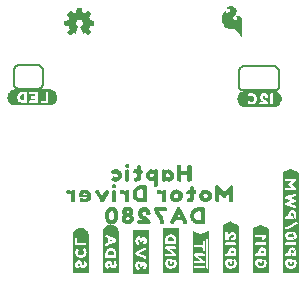
<source format=gbo>
G04 EAGLE Gerber RS-274X export*
G75*
%MOMM*%
%FSLAX34Y34*%
%LPD*%
%INSilkscreen Bottom*%
%IPPOS*%
%AMOC8*
5,1,8,0,0,1.08239X$1,22.5*%
G01*
%ADD10C,0.203200*%

G36*
X247938Y20472D02*
X247938Y20472D01*
X247946Y20474D01*
X248146Y20974D01*
X248142Y20987D01*
X248149Y20992D01*
X248149Y105192D01*
X248135Y105210D01*
X248138Y105223D01*
X247738Y105723D01*
X247724Y105726D01*
X247722Y105736D01*
X241722Y108736D01*
X241712Y108734D01*
X241708Y108741D01*
X241108Y108841D01*
X241089Y108831D01*
X241078Y108836D01*
X234978Y105736D01*
X234977Y105733D01*
X234975Y105734D01*
X234475Y105434D01*
X234467Y105414D01*
X234464Y105412D01*
X234465Y105411D01*
X234461Y105400D01*
X234451Y105392D01*
X234451Y20692D01*
X234480Y20654D01*
X234482Y20646D01*
X234982Y20446D01*
X234995Y20450D01*
X235000Y20443D01*
X247900Y20443D01*
X247938Y20472D01*
G37*
G36*
X196918Y20404D02*
X196918Y20404D01*
X196930Y20401D01*
X197330Y20701D01*
X197334Y20717D01*
X197341Y20722D01*
X197337Y20728D01*
X197339Y20732D01*
X197349Y20740D01*
X197349Y60440D01*
X197338Y60455D01*
X197342Y60465D01*
X197042Y60965D01*
X197024Y60973D01*
X197022Y60984D01*
X191022Y63984D01*
X191017Y63983D01*
X191016Y63987D01*
X190416Y64187D01*
X190390Y64178D01*
X190378Y64184D01*
X183678Y60884D01*
X183659Y60847D01*
X183651Y60840D01*
X183651Y20840D01*
X183664Y20822D01*
X183661Y20810D01*
X183961Y20410D01*
X183992Y20402D01*
X184000Y20391D01*
X196900Y20391D01*
X196918Y20404D01*
G37*
G36*
X95318Y20534D02*
X95318Y20534D01*
X95330Y20531D01*
X95730Y20831D01*
X95734Y20847D01*
X95741Y20852D01*
X95737Y20858D01*
X95739Y20862D01*
X95749Y20870D01*
X95749Y55070D01*
X95746Y55074D01*
X95749Y55077D01*
X95549Y56477D01*
X95544Y56482D01*
X95547Y56486D01*
X95347Y57086D01*
X95342Y57089D01*
X95344Y57092D01*
X94744Y58292D01*
X94740Y58294D01*
X94741Y58297D01*
X94341Y58897D01*
X94338Y58898D01*
X94338Y58901D01*
X93938Y59401D01*
X93934Y59402D01*
X93935Y59405D01*
X93435Y59905D01*
X93431Y59905D01*
X93431Y59908D01*
X92931Y60308D01*
X92927Y60309D01*
X92927Y60311D01*
X92327Y60711D01*
X92323Y60711D01*
X92322Y60714D01*
X91722Y61014D01*
X91717Y61013D01*
X91716Y61017D01*
X91116Y61217D01*
X91114Y61216D01*
X91114Y61217D01*
X90414Y61417D01*
X90410Y61416D01*
X90408Y61419D01*
X89808Y61519D01*
X89807Y61518D01*
X89807Y61519D01*
X89107Y61619D01*
X89102Y61616D01*
X89100Y61619D01*
X88400Y61619D01*
X88396Y61616D01*
X88393Y61619D01*
X87693Y61519D01*
X87688Y61514D01*
X87684Y61517D01*
X87085Y61317D01*
X86386Y61117D01*
X86382Y61112D01*
X86378Y61114D01*
X85178Y60514D01*
X85175Y60507D01*
X85169Y60508D01*
X84169Y59708D01*
X84168Y59704D01*
X84165Y59705D01*
X83665Y59205D01*
X83664Y59198D01*
X83659Y59197D01*
X83259Y58597D01*
X83259Y58596D01*
X83258Y58595D01*
X82958Y58095D01*
X82958Y58090D01*
X82955Y58089D01*
X82655Y57391D01*
X82356Y56792D01*
X82357Y56786D01*
X82352Y56782D01*
X82354Y56780D01*
X82351Y56778D01*
X82251Y56178D01*
X82252Y56177D01*
X82251Y56177D01*
X82051Y54777D01*
X82054Y54772D01*
X82051Y54770D01*
X82051Y20970D01*
X82064Y20952D01*
X82061Y20940D01*
X82361Y20540D01*
X82392Y20532D01*
X82400Y20521D01*
X95300Y20521D01*
X95318Y20534D01*
G37*
G36*
X222430Y20543D02*
X222430Y20543D01*
X222442Y20545D01*
X222742Y21045D01*
X222742Y21048D01*
X222743Y21049D01*
X222742Y21051D01*
X222740Y21063D01*
X222749Y21070D01*
X222749Y57870D01*
X222733Y57891D01*
X222735Y57905D01*
X222335Y58305D01*
X222324Y58306D01*
X222323Y58314D01*
X216323Y61414D01*
X216306Y61411D01*
X216300Y61419D01*
X215700Y61419D01*
X215687Y61410D01*
X215678Y61414D01*
X209578Y58414D01*
X209577Y58411D01*
X209575Y58412D01*
X209075Y58112D01*
X209061Y58078D01*
X209051Y58070D01*
X209051Y20870D01*
X209073Y20840D01*
X209075Y20828D01*
X209575Y20528D01*
X209593Y20530D01*
X209600Y20521D01*
X222400Y20521D01*
X222430Y20543D01*
G37*
G36*
X36854Y162474D02*
X36854Y162474D01*
X36857Y162471D01*
X38257Y162671D01*
X38262Y162676D01*
X38266Y162673D01*
X38865Y162873D01*
X39564Y163073D01*
X39568Y163078D01*
X39572Y163076D01*
X40172Y163376D01*
X40175Y163383D01*
X40181Y163382D01*
X40679Y163780D01*
X41277Y164179D01*
X41280Y164186D01*
X41285Y164185D01*
X41785Y164685D01*
X41785Y164689D01*
X41788Y164689D01*
X42188Y165189D01*
X42189Y165193D01*
X42191Y165193D01*
X42591Y165793D01*
X42591Y165797D01*
X42594Y165798D01*
X43194Y166998D01*
X43193Y167003D01*
X43197Y167004D01*
X43397Y167604D01*
X43395Y167611D01*
X43399Y167613D01*
X43599Y169013D01*
X43596Y169018D01*
X43599Y169020D01*
X43599Y169720D01*
X43596Y169725D01*
X43599Y169728D01*
X43499Y170328D01*
X43495Y170331D01*
X43497Y170334D01*
X43297Y171034D01*
X43296Y171035D01*
X43297Y171036D01*
X43097Y171635D01*
X42897Y172334D01*
X42892Y172338D01*
X42894Y172342D01*
X42594Y172942D01*
X42587Y172945D01*
X42588Y172951D01*
X42188Y173451D01*
X42184Y173452D01*
X42185Y173455D01*
X41185Y174455D01*
X41181Y174455D01*
X41181Y174458D01*
X40681Y174858D01*
X40677Y174859D01*
X40677Y174861D01*
X40077Y175261D01*
X40073Y175261D01*
X40072Y175264D01*
X39472Y175564D01*
X39467Y175563D01*
X39466Y175567D01*
X38266Y175967D01*
X38261Y175965D01*
X38259Y175965D01*
X38257Y175969D01*
X36857Y176169D01*
X36852Y176166D01*
X36850Y176169D01*
X7650Y176169D01*
X7646Y176166D01*
X7643Y176169D01*
X6943Y176069D01*
X6939Y176065D01*
X6936Y176067D01*
X6236Y175867D01*
X6235Y175866D01*
X6234Y175867D01*
X5634Y175667D01*
X5631Y175662D01*
X5628Y175664D01*
X4428Y175064D01*
X4426Y175060D01*
X4423Y175061D01*
X3823Y174661D01*
X3820Y174654D01*
X3815Y174655D01*
X3315Y174155D01*
X3315Y174151D01*
X3312Y174151D01*
X2512Y173151D01*
X2511Y173147D01*
X2509Y173147D01*
X2109Y172547D01*
X2109Y172543D01*
X2106Y172542D01*
X1806Y171942D01*
X1806Y171940D01*
X1806Y171939D01*
X1807Y171935D01*
X1803Y171934D01*
X1762Y171792D01*
X1748Y171743D01*
X1706Y171595D01*
X1664Y171448D01*
X1650Y171398D01*
X1608Y171251D01*
X1603Y171234D01*
X1604Y171230D01*
X1601Y171228D01*
X1501Y170628D01*
X1502Y170627D01*
X1501Y170627D01*
X1301Y169227D01*
X1306Y169218D01*
X1301Y169213D01*
X1401Y168513D01*
X1402Y168512D01*
X1401Y168512D01*
X1501Y167912D01*
X1505Y167909D01*
X1503Y167906D01*
X1703Y167206D01*
X1704Y167205D01*
X1703Y167204D01*
X1903Y166604D01*
X1908Y166601D01*
X1906Y166598D01*
X2206Y165998D01*
X2210Y165996D01*
X2209Y165993D01*
X2609Y165393D01*
X2612Y165392D01*
X2612Y165389D01*
X3412Y164389D01*
X3419Y164387D01*
X3418Y164382D01*
X4018Y163882D01*
X4024Y163882D01*
X4025Y163878D01*
X4524Y163578D01*
X5123Y163179D01*
X5132Y163180D01*
X5134Y163173D01*
X5734Y162973D01*
X5736Y162974D01*
X5736Y162973D01*
X6435Y162773D01*
X7034Y162573D01*
X7041Y162575D01*
X7043Y162571D01*
X7743Y162471D01*
X7748Y162474D01*
X7750Y162471D01*
X36850Y162471D01*
X36854Y162474D01*
G37*
G36*
X146547Y20457D02*
X146547Y20457D01*
X146542Y20464D01*
X146549Y20470D01*
X146549Y23770D01*
X146529Y23797D01*
X146529Y23810D01*
X146500Y23831D01*
X146531Y23832D01*
X146530Y23856D01*
X146549Y23870D01*
X146549Y57670D01*
X146546Y57675D01*
X146549Y57678D01*
X146449Y58278D01*
X146405Y58319D01*
X146403Y58316D01*
X146400Y58319D01*
X132900Y58319D01*
X132853Y58283D01*
X132858Y58276D01*
X132851Y58270D01*
X132851Y21070D01*
X132854Y21065D01*
X132851Y21062D01*
X132951Y20462D01*
X132995Y20421D01*
X132998Y20424D01*
X133000Y20421D01*
X146500Y20421D01*
X146547Y20457D01*
G37*
G36*
X120611Y19459D02*
X120611Y19459D01*
X120618Y19454D01*
X121118Y19654D01*
X121133Y19678D01*
X121140Y19684D01*
X121138Y19687D01*
X121143Y19695D01*
X121149Y19700D01*
X121149Y56100D01*
X121146Y56105D01*
X121149Y56108D01*
X121049Y56708D01*
X121005Y56749D01*
X121003Y56746D01*
X121000Y56749D01*
X108100Y56749D01*
X108095Y56746D01*
X108092Y56749D01*
X107492Y56649D01*
X107451Y56605D01*
X107454Y56603D01*
X107451Y56600D01*
X107451Y20000D01*
X107459Y19989D01*
X107454Y19982D01*
X107654Y19482D01*
X107695Y19457D01*
X107700Y19451D01*
X120600Y19451D01*
X120611Y19459D01*
G37*
G36*
X69705Y20654D02*
X69705Y20654D01*
X69708Y20651D01*
X70308Y20751D01*
X70349Y20795D01*
X70346Y20798D01*
X70349Y20800D01*
X70349Y52600D01*
X70346Y52604D01*
X70349Y52607D01*
X70249Y53307D01*
X70244Y53312D01*
X70247Y53316D01*
X70047Y53915D01*
X69847Y54614D01*
X69842Y54618D01*
X69844Y54622D01*
X69244Y55822D01*
X69237Y55825D01*
X69238Y55831D01*
X68838Y56331D01*
X68834Y56332D01*
X68835Y56335D01*
X67835Y57335D01*
X67831Y57335D01*
X67831Y57338D01*
X67331Y57738D01*
X67323Y57739D01*
X67322Y57744D01*
X65522Y58644D01*
X65511Y58642D01*
X65507Y58649D01*
X64808Y58749D01*
X64208Y58849D01*
X64207Y58848D01*
X64207Y58849D01*
X63507Y58949D01*
X63498Y58944D01*
X63493Y58949D01*
X62093Y58749D01*
X62088Y58744D01*
X62084Y58747D01*
X61485Y58547D01*
X60786Y58347D01*
X60782Y58342D01*
X60778Y58344D01*
X60178Y58044D01*
X60177Y58041D01*
X60175Y58042D01*
X59675Y57742D01*
X59673Y57737D01*
X59668Y57738D01*
X59069Y57238D01*
X58569Y56838D01*
X58567Y56831D01*
X58562Y56831D01*
X58162Y56331D01*
X58161Y56327D01*
X58159Y56327D01*
X57359Y55127D01*
X57360Y55118D01*
X57353Y55116D01*
X56953Y53916D01*
X56954Y53914D01*
X56953Y53914D01*
X56951Y53908D01*
X56909Y53760D01*
X56895Y53711D01*
X56853Y53563D01*
X56810Y53415D01*
X56796Y53366D01*
X56754Y53218D01*
X56753Y53214D01*
X56755Y53209D01*
X56751Y53207D01*
X56651Y52507D01*
X56654Y52502D01*
X56651Y52500D01*
X56651Y21400D01*
X56654Y21396D01*
X56651Y21393D01*
X56751Y20693D01*
X56794Y20651D01*
X56797Y20655D01*
X56800Y20651D01*
X69700Y20651D01*
X69705Y20654D01*
G37*
G36*
X227365Y161134D02*
X227365Y161134D01*
X227368Y161131D01*
X227968Y161231D01*
X227971Y161235D01*
X227974Y161233D01*
X228674Y161433D01*
X228675Y161434D01*
X228676Y161433D01*
X229276Y161633D01*
X229277Y161636D01*
X229279Y161635D01*
X229979Y161935D01*
X229981Y161937D01*
X229982Y161936D01*
X230582Y162236D01*
X230585Y162243D01*
X230591Y162242D01*
X231591Y163042D01*
X231592Y163046D01*
X231595Y163045D01*
X232095Y163545D01*
X232096Y163552D01*
X232101Y163553D01*
X232501Y164153D01*
X232501Y164157D01*
X232504Y164158D01*
X233404Y165958D01*
X233402Y165969D01*
X233409Y165973D01*
X233509Y166672D01*
X233609Y167272D01*
X233608Y167273D01*
X233609Y167273D01*
X233709Y167973D01*
X233704Y167982D01*
X233709Y167987D01*
X233609Y168687D01*
X233608Y168688D01*
X233609Y168688D01*
X233509Y169288D01*
X233409Y169987D01*
X233401Y169995D01*
X233404Y170002D01*
X232504Y171802D01*
X232500Y171804D01*
X232501Y171807D01*
X232101Y172407D01*
X232094Y172410D01*
X232095Y172415D01*
X231595Y172915D01*
X231591Y172915D01*
X231591Y172918D01*
X230591Y173718D01*
X230583Y173719D01*
X230582Y173724D01*
X229382Y174324D01*
X229375Y174323D01*
X229374Y174327D01*
X227974Y174727D01*
X227970Y174726D01*
X227968Y174729D01*
X227368Y174829D01*
X227363Y174826D01*
X227360Y174829D01*
X202460Y174829D01*
X202456Y174826D01*
X202453Y174829D01*
X201753Y174729D01*
X201752Y174728D01*
X201752Y174729D01*
X201152Y174629D01*
X201146Y174622D01*
X201141Y174625D01*
X200442Y174326D01*
X199844Y174127D01*
X199839Y174119D01*
X199833Y174121D01*
X199234Y173722D01*
X198735Y173422D01*
X198731Y173414D01*
X198725Y173415D01*
X197725Y172415D01*
X197725Y172411D01*
X197722Y172411D01*
X197322Y171911D01*
X197321Y171907D01*
X197319Y171907D01*
X196919Y171307D01*
X196919Y171303D01*
X196916Y171302D01*
X196616Y170702D01*
X196616Y170699D01*
X196615Y170699D01*
X196617Y170697D01*
X196613Y170696D01*
X196413Y170096D01*
X196414Y170094D01*
X196413Y170094D01*
X196389Y170009D01*
X196346Y169861D01*
X196332Y169812D01*
X196290Y169664D01*
X196248Y169517D01*
X196234Y169467D01*
X196213Y169394D01*
X196214Y169390D01*
X196211Y169388D01*
X196111Y168788D01*
X196112Y168787D01*
X196111Y168787D01*
X196011Y168087D01*
X196016Y168078D01*
X196011Y168073D01*
X196211Y166673D01*
X196212Y166672D01*
X196211Y166672D01*
X196311Y166072D01*
X196316Y166068D01*
X196313Y166064D01*
X196513Y165464D01*
X196516Y165463D01*
X196515Y165461D01*
X196815Y164761D01*
X196823Y164756D01*
X196822Y164749D01*
X197220Y164251D01*
X197619Y163653D01*
X197622Y163652D01*
X197622Y163649D01*
X198022Y163149D01*
X198029Y163147D01*
X198029Y163142D01*
X198529Y162742D01*
X198533Y162741D01*
X198533Y162739D01*
X199131Y162340D01*
X199629Y161942D01*
X199639Y161941D01*
X199641Y161935D01*
X200341Y161635D01*
X200344Y161636D01*
X200344Y161633D01*
X200944Y161433D01*
X200946Y161434D01*
X200946Y161433D01*
X201646Y161233D01*
X201656Y161236D01*
X201660Y161231D01*
X202257Y161231D01*
X202953Y161131D01*
X202958Y161134D01*
X202960Y161131D01*
X227360Y161131D01*
X227365Y161134D01*
G37*
G36*
X171411Y20489D02*
X171411Y20489D01*
X171418Y20484D01*
X171918Y20684D01*
X171933Y20708D01*
X171940Y20714D01*
X171938Y20717D01*
X171943Y20725D01*
X171949Y20730D01*
X171949Y56430D01*
X171947Y56433D01*
X171949Y56435D01*
X171942Y56439D01*
X171913Y56477D01*
X171898Y56466D01*
X171882Y56476D01*
X171382Y56276D01*
X171380Y56273D01*
X171378Y56274D01*
X165293Y53281D01*
X164715Y53377D01*
X158622Y56374D01*
X158596Y56369D01*
X158584Y56377D01*
X158284Y56277D01*
X158254Y56233D01*
X158251Y56230D01*
X158251Y21030D01*
X158262Y21015D01*
X158258Y21005D01*
X158558Y20505D01*
X158592Y20491D01*
X158600Y20481D01*
X171400Y20481D01*
X171411Y20489D01*
G37*
G36*
X70046Y221858D02*
X70046Y221858D01*
X70112Y221863D01*
X70130Y221874D01*
X70151Y221879D01*
X70236Y221939D01*
X70260Y221953D01*
X70263Y221958D01*
X70268Y221962D01*
X72468Y224262D01*
X72476Y224275D01*
X72489Y224285D01*
X72520Y224349D01*
X72556Y224411D01*
X72557Y224427D01*
X72564Y224441D01*
X72563Y224512D01*
X72569Y224583D01*
X72563Y224598D01*
X72562Y224614D01*
X72505Y224739D01*
X72503Y224743D01*
X72503Y224744D01*
X70635Y227359D01*
X70637Y227370D01*
X70646Y227383D01*
X70657Y227441D01*
X70666Y227462D01*
X70666Y227484D01*
X70672Y227517D01*
X70673Y227522D01*
X70673Y227523D01*
X70673Y227524D01*
X70673Y227534D01*
X70706Y227599D01*
X70762Y227656D01*
X70773Y227674D01*
X70785Y227683D01*
X70793Y227702D01*
X70833Y227754D01*
X70906Y227899D01*
X70962Y227956D01*
X71002Y228020D01*
X71046Y228083D01*
X71048Y228095D01*
X71053Y228103D01*
X71057Y228138D01*
X71073Y228224D01*
X71073Y228273D01*
X71102Y228320D01*
X71146Y228383D01*
X71148Y228395D01*
X71153Y228403D01*
X71157Y228438D01*
X71173Y228524D01*
X71173Y228634D01*
X71206Y228699D01*
X71262Y228756D01*
X71302Y228820D01*
X71346Y228883D01*
X71348Y228895D01*
X71353Y228903D01*
X71357Y228938D01*
X71363Y228971D01*
X71366Y228979D01*
X71366Y228987D01*
X71373Y229024D01*
X71373Y229073D01*
X71402Y229120D01*
X71446Y229183D01*
X71448Y229195D01*
X71453Y229203D01*
X71457Y229238D01*
X71473Y229324D01*
X71473Y229434D01*
X71502Y229492D01*
X74758Y230050D01*
X74776Y230057D01*
X74795Y230058D01*
X74855Y230091D01*
X74917Y230117D01*
X74930Y230132D01*
X74947Y230141D01*
X74986Y230197D01*
X75030Y230248D01*
X75035Y230267D01*
X75046Y230283D01*
X75068Y230394D01*
X75073Y230416D01*
X75072Y230420D01*
X75073Y230424D01*
X75073Y233624D01*
X75069Y233643D01*
X75071Y233662D01*
X75060Y233696D01*
X75059Y233703D01*
X75054Y233713D01*
X75049Y233726D01*
X75034Y233792D01*
X75021Y233807D01*
X75015Y233825D01*
X74967Y233873D01*
X74924Y233926D01*
X74906Y233933D01*
X74892Y233947D01*
X74786Y233987D01*
X74766Y233996D01*
X74762Y233996D01*
X74758Y233998D01*
X71546Y234548D01*
X71535Y234587D01*
X71534Y234592D01*
X71533Y234593D01*
X71473Y234713D01*
X71473Y234724D01*
X71470Y234739D01*
X71472Y234755D01*
X71452Y234825D01*
X71452Y234840D01*
X71444Y234854D01*
X71435Y234887D01*
X71434Y234892D01*
X71433Y234893D01*
X71373Y235013D01*
X71373Y235024D01*
X71370Y235039D01*
X71372Y235055D01*
X71335Y235187D01*
X71334Y235192D01*
X71333Y235193D01*
X71173Y235513D01*
X71173Y235524D01*
X71170Y235539D01*
X71172Y235555D01*
X71135Y235687D01*
X71134Y235692D01*
X71133Y235693D01*
X71033Y235893D01*
X71010Y235921D01*
X70973Y235975D01*
X70973Y236024D01*
X70956Y236098D01*
X70942Y236173D01*
X70936Y236183D01*
X70934Y236192D01*
X70911Y236220D01*
X70862Y236292D01*
X70806Y236348D01*
X70733Y236493D01*
X70710Y236521D01*
X70673Y236575D01*
X70673Y236624D01*
X70656Y236698D01*
X70652Y236720D01*
X72506Y239408D01*
X72512Y239424D01*
X72524Y239437D01*
X72544Y239504D01*
X72569Y239569D01*
X72568Y239587D01*
X72573Y239603D01*
X72560Y239672D01*
X72554Y239742D01*
X72545Y239756D01*
X72542Y239773D01*
X72471Y239879D01*
X72464Y239890D01*
X72463Y239890D01*
X72462Y239892D01*
X70262Y242092D01*
X70248Y242101D01*
X70237Y242115D01*
X70175Y242146D01*
X70115Y242183D01*
X70098Y242185D01*
X70083Y242192D01*
X70013Y242193D01*
X69943Y242199D01*
X69927Y242193D01*
X69910Y242193D01*
X69792Y242142D01*
X69781Y242138D01*
X69780Y242137D01*
X69779Y242136D01*
X67080Y240274D01*
X67062Y240292D01*
X66997Y240332D01*
X66935Y240376D01*
X66923Y240378D01*
X66915Y240383D01*
X66880Y240386D01*
X66794Y240403D01*
X66744Y240403D01*
X66732Y240411D01*
X66664Y240463D01*
X66519Y240535D01*
X66462Y240592D01*
X66397Y240632D01*
X66335Y240676D01*
X66323Y240678D01*
X66315Y240683D01*
X66280Y240686D01*
X66194Y240703D01*
X66144Y240703D01*
X66132Y240711D01*
X66064Y240763D01*
X65864Y240863D01*
X65848Y240867D01*
X65835Y240876D01*
X65701Y240902D01*
X65695Y240903D01*
X65694Y240903D01*
X65684Y240903D01*
X65564Y240963D01*
X65548Y240967D01*
X65535Y240976D01*
X65401Y241002D01*
X65395Y241003D01*
X65394Y241003D01*
X65344Y241003D01*
X65297Y241032D01*
X65235Y241076D01*
X65223Y241078D01*
X65215Y241083D01*
X65180Y241086D01*
X65094Y241103D01*
X64984Y241103D01*
X64926Y241132D01*
X64368Y244388D01*
X64360Y244406D01*
X64359Y244425D01*
X64327Y244484D01*
X64300Y244547D01*
X64286Y244560D01*
X64276Y244577D01*
X64221Y244616D01*
X64169Y244660D01*
X64150Y244665D01*
X64135Y244676D01*
X64024Y244697D01*
X64002Y244703D01*
X63998Y244702D01*
X63994Y244703D01*
X60794Y244703D01*
X60775Y244699D01*
X60756Y244701D01*
X60692Y244679D01*
X60626Y244663D01*
X60611Y244651D01*
X60592Y244645D01*
X60545Y244597D01*
X60492Y244553D01*
X60484Y244536D01*
X60471Y244522D01*
X60431Y244416D01*
X60422Y244395D01*
X60422Y244392D01*
X60420Y244388D01*
X59870Y241176D01*
X59831Y241165D01*
X59826Y241163D01*
X59825Y241163D01*
X59824Y241163D01*
X59704Y241103D01*
X59694Y241103D01*
X59678Y241099D01*
X59662Y241102D01*
X59531Y241065D01*
X59526Y241063D01*
X59525Y241063D01*
X59524Y241063D01*
X59404Y241003D01*
X59394Y241003D01*
X59378Y240999D01*
X59362Y241002D01*
X59231Y240965D01*
X59226Y240963D01*
X59225Y240963D01*
X59224Y240963D01*
X59104Y240903D01*
X58994Y240903D01*
X58920Y240886D01*
X58844Y240872D01*
X58835Y240866D01*
X58826Y240863D01*
X58798Y240841D01*
X58726Y240792D01*
X58669Y240735D01*
X58604Y240703D01*
X58594Y240703D01*
X58578Y240699D01*
X58562Y240702D01*
X58431Y240665D01*
X58426Y240663D01*
X58425Y240663D01*
X58424Y240663D01*
X58224Y240563D01*
X58197Y240540D01*
X58126Y240492D01*
X58069Y240435D01*
X58004Y240403D01*
X57994Y240403D01*
X57978Y240399D01*
X57962Y240402D01*
X57831Y240365D01*
X57826Y240363D01*
X57825Y240363D01*
X57824Y240363D01*
X57683Y240292D01*
X55009Y242136D01*
X54997Y242141D01*
X54988Y242150D01*
X54917Y242172D01*
X54848Y242199D01*
X54835Y242198D01*
X54823Y242202D01*
X54750Y242190D01*
X54676Y242184D01*
X54665Y242177D01*
X54652Y242175D01*
X54532Y242098D01*
X52232Y239898D01*
X52218Y239876D01*
X52198Y239860D01*
X52171Y239804D01*
X52137Y239753D01*
X52134Y239727D01*
X52123Y239704D01*
X52124Y239642D01*
X52117Y239581D01*
X52126Y239557D01*
X52126Y239531D01*
X52164Y239451D01*
X52175Y239418D01*
X52182Y239412D01*
X52187Y239401D01*
X54122Y236728D01*
X54082Y236648D01*
X54026Y236592D01*
X53986Y236527D01*
X53942Y236464D01*
X53940Y236453D01*
X53935Y236445D01*
X53931Y236410D01*
X53915Y236324D01*
X53915Y236274D01*
X53907Y236261D01*
X53855Y236193D01*
X53782Y236048D01*
X53726Y235992D01*
X53686Y235927D01*
X53642Y235864D01*
X53640Y235853D01*
X53635Y235845D01*
X53631Y235810D01*
X53615Y235724D01*
X53615Y235674D01*
X53586Y235627D01*
X53542Y235564D01*
X53540Y235553D01*
X53535Y235545D01*
X53531Y235510D01*
X53515Y235424D01*
X53515Y235313D01*
X53482Y235248D01*
X53426Y235192D01*
X53386Y235127D01*
X53342Y235064D01*
X53340Y235053D01*
X53335Y235045D01*
X53331Y235010D01*
X53315Y234924D01*
X53315Y234874D01*
X53286Y234827D01*
X53242Y234764D01*
X53240Y234753D01*
X53235Y234745D01*
X53231Y234710D01*
X53215Y234624D01*
X53215Y234545D01*
X49932Y233998D01*
X49913Y233990D01*
X49893Y233989D01*
X49834Y233957D01*
X49772Y233931D01*
X49759Y233916D01*
X49741Y233906D01*
X49703Y233851D01*
X49659Y233801D01*
X49653Y233781D01*
X49642Y233764D01*
X49626Y233683D01*
X49622Y233673D01*
X49622Y233662D01*
X49621Y233658D01*
X49615Y233633D01*
X49616Y233629D01*
X49615Y233624D01*
X49615Y230424D01*
X49619Y230405D01*
X49617Y230386D01*
X49639Y230321D01*
X49654Y230255D01*
X49667Y230240D01*
X49673Y230222D01*
X49721Y230174D01*
X49764Y230122D01*
X49782Y230114D01*
X49796Y230100D01*
X49902Y230060D01*
X49922Y230051D01*
X49926Y230051D01*
X49930Y230050D01*
X53218Y229486D01*
X53253Y229361D01*
X53254Y229355D01*
X53255Y229355D01*
X53255Y229354D01*
X53315Y229234D01*
X53315Y229224D01*
X53318Y229208D01*
X53316Y229192D01*
X53353Y229061D01*
X53354Y229055D01*
X53355Y229055D01*
X53355Y229054D01*
X53415Y228934D01*
X53415Y228924D01*
X53418Y228908D01*
X53416Y228892D01*
X53453Y228761D01*
X53454Y228755D01*
X53455Y228755D01*
X53455Y228754D01*
X53615Y228434D01*
X53615Y228424D01*
X53618Y228408D01*
X53616Y228392D01*
X53653Y228261D01*
X53654Y228255D01*
X53655Y228255D01*
X53655Y228254D01*
X53755Y228054D01*
X53778Y228026D01*
X53826Y227956D01*
X53882Y227899D01*
X53915Y227834D01*
X53915Y227824D01*
X53918Y227808D01*
X53916Y227792D01*
X53953Y227661D01*
X53954Y227655D01*
X53955Y227655D01*
X53955Y227654D01*
X54055Y227454D01*
X54078Y227426D01*
X54126Y227356D01*
X54136Y227345D01*
X52191Y224751D01*
X52181Y224729D01*
X52164Y224710D01*
X52146Y224650D01*
X52121Y224593D01*
X52122Y224568D01*
X52115Y224544D01*
X52126Y224483D01*
X52129Y224420D01*
X52141Y224398D01*
X52146Y224374D01*
X52197Y224299D01*
X52213Y224269D01*
X52220Y224264D01*
X52226Y224256D01*
X54526Y221956D01*
X54540Y221947D01*
X54551Y221933D01*
X54613Y221901D01*
X54673Y221864D01*
X54690Y221863D01*
X54705Y221855D01*
X54776Y221855D01*
X54845Y221848D01*
X54861Y221854D01*
X54878Y221854D01*
X54996Y221906D01*
X55007Y221910D01*
X55008Y221911D01*
X55009Y221911D01*
X57708Y223773D01*
X57726Y223756D01*
X57791Y223715D01*
X57853Y223671D01*
X57865Y223669D01*
X57873Y223664D01*
X57908Y223661D01*
X57923Y223658D01*
X57926Y223656D01*
X57991Y223615D01*
X58053Y223571D01*
X58065Y223569D01*
X58073Y223564D01*
X58108Y223561D01*
X58194Y223544D01*
X58244Y223544D01*
X58291Y223515D01*
X58353Y223471D01*
X58365Y223469D01*
X58373Y223464D01*
X58408Y223461D01*
X58423Y223458D01*
X58426Y223456D01*
X58491Y223415D01*
X58553Y223371D01*
X58565Y223369D01*
X58573Y223364D01*
X58608Y223361D01*
X58623Y223358D01*
X58626Y223356D01*
X58691Y223315D01*
X58753Y223271D01*
X58765Y223269D01*
X58773Y223264D01*
X58808Y223261D01*
X58837Y223255D01*
X58864Y223222D01*
X58883Y223214D01*
X58898Y223199D01*
X58961Y223179D01*
X59022Y223151D01*
X59043Y223152D01*
X59062Y223146D01*
X59128Y223156D01*
X59195Y223158D01*
X59213Y223168D01*
X59233Y223171D01*
X59288Y223209D01*
X59347Y223241D01*
X59359Y223258D01*
X59375Y223270D01*
X59432Y223362D01*
X59446Y223383D01*
X59447Y223388D01*
X59450Y223392D01*
X61450Y228792D01*
X61454Y228823D01*
X61466Y228851D01*
X61464Y228907D01*
X61471Y228964D01*
X61461Y228993D01*
X61460Y229024D01*
X61433Y229074D01*
X61414Y229127D01*
X61392Y229149D01*
X61377Y229176D01*
X61317Y229222D01*
X61290Y229248D01*
X61277Y229252D01*
X61264Y229263D01*
X60719Y229535D01*
X60562Y229692D01*
X60532Y229711D01*
X60464Y229763D01*
X60319Y229835D01*
X60006Y230148D01*
X59933Y230293D01*
X59910Y230321D01*
X59862Y230392D01*
X59706Y230548D01*
X59645Y230669D01*
X59554Y230944D01*
X59542Y230963D01*
X59533Y230993D01*
X59473Y231113D01*
X59473Y231224D01*
X59465Y231259D01*
X59454Y231344D01*
X59373Y231585D01*
X59373Y232362D01*
X59454Y232604D01*
X59457Y232640D01*
X59473Y232724D01*
X59473Y232909D01*
X59610Y233113D01*
X59623Y233148D01*
X59654Y233204D01*
X59738Y233456D01*
X60089Y233982D01*
X60436Y234329D01*
X60962Y234680D01*
X61214Y234764D01*
X61232Y234775D01*
X61246Y234778D01*
X61259Y234789D01*
X61304Y234808D01*
X61509Y234944D01*
X61694Y234944D01*
X61729Y234953D01*
X61814Y234964D01*
X62056Y235044D01*
X62647Y235044D01*
X63002Y234956D01*
X63038Y234955D01*
X63094Y234944D01*
X63279Y234944D01*
X63484Y234808D01*
X63519Y234795D01*
X63568Y234767D01*
X63570Y234766D01*
X63571Y234766D01*
X63574Y234764D01*
X63826Y234680D01*
X64053Y234529D01*
X64226Y234356D01*
X64252Y234339D01*
X64284Y234308D01*
X64553Y234129D01*
X64699Y233982D01*
X65050Y233456D01*
X65415Y232362D01*
X65415Y231885D01*
X65334Y231644D01*
X65331Y231608D01*
X65315Y231524D01*
X65315Y231313D01*
X65155Y230993D01*
X65149Y230971D01*
X65134Y230944D01*
X65043Y230669D01*
X64882Y230348D01*
X64726Y230192D01*
X64707Y230161D01*
X64655Y230093D01*
X64582Y229948D01*
X64469Y229835D01*
X64324Y229763D01*
X64297Y229740D01*
X64226Y229692D01*
X64069Y229535D01*
X63748Y229375D01*
X63474Y229283D01*
X63425Y229253D01*
X63372Y229231D01*
X63352Y229209D01*
X63327Y229193D01*
X63296Y229144D01*
X63259Y229101D01*
X63251Y229072D01*
X63235Y229046D01*
X63229Y228989D01*
X63215Y228933D01*
X63221Y228899D01*
X63218Y228874D01*
X63230Y228842D01*
X63238Y228792D01*
X65238Y223392D01*
X65264Y223354D01*
X65280Y223311D01*
X65311Y223283D01*
X65334Y223248D01*
X65374Y223225D01*
X65407Y223194D01*
X65447Y223182D01*
X65484Y223161D01*
X65529Y223158D01*
X65573Y223145D01*
X65614Y223152D01*
X65656Y223150D01*
X65699Y223167D01*
X65744Y223175D01*
X65785Y223203D01*
X65816Y223216D01*
X65833Y223236D01*
X65846Y223244D01*
X65894Y223244D01*
X65968Y223262D01*
X66044Y223275D01*
X66053Y223282D01*
X66062Y223284D01*
X66090Y223307D01*
X66162Y223356D01*
X66169Y223362D01*
X66244Y223375D01*
X66253Y223382D01*
X66262Y223384D01*
X66290Y223407D01*
X66362Y223456D01*
X66369Y223462D01*
X66444Y223475D01*
X66453Y223482D01*
X66462Y223484D01*
X66490Y223507D01*
X66562Y223556D01*
X66569Y223562D01*
X66644Y223575D01*
X66653Y223582D01*
X66662Y223584D01*
X66690Y223607D01*
X66762Y223656D01*
X66769Y223662D01*
X66844Y223675D01*
X66853Y223682D01*
X66862Y223684D01*
X66890Y223707D01*
X66962Y223756D01*
X66969Y223762D01*
X67044Y223775D01*
X67053Y223782D01*
X67062Y223784D01*
X67063Y223784D01*
X69779Y221911D01*
X69799Y221904D01*
X69815Y221890D01*
X69878Y221872D01*
X69940Y221848D01*
X69961Y221850D01*
X69982Y221845D01*
X70046Y221858D01*
G37*
G36*
X200075Y220402D02*
X200075Y220402D01*
X200101Y220403D01*
X200155Y220433D01*
X200213Y220455D01*
X200230Y220474D01*
X200253Y220486D01*
X200288Y220537D01*
X200330Y220582D01*
X200338Y220607D01*
X200353Y220628D01*
X200369Y220712D01*
X200380Y220748D01*
X200378Y220758D01*
X200380Y220770D01*
X200380Y234470D01*
X200376Y234490D01*
X200377Y234517D01*
X200277Y235317D01*
X200269Y235341D01*
X200266Y235374D01*
X200066Y236074D01*
X200047Y236108D01*
X200026Y236166D01*
X199426Y237166D01*
X199406Y237186D01*
X199338Y237267D01*
X198838Y237667D01*
X198833Y237669D01*
X198828Y237674D01*
X198428Y237974D01*
X198393Y237989D01*
X198341Y238023D01*
X197841Y238223D01*
X197812Y238227D01*
X197775Y238243D01*
X197275Y238343D01*
X197269Y238343D01*
X197263Y238345D01*
X196663Y238445D01*
X196636Y238443D01*
X196600Y238450D01*
X195400Y238450D01*
X195385Y238447D01*
X195370Y238449D01*
X195238Y238412D01*
X195231Y238411D01*
X195231Y238410D01*
X195230Y238410D01*
X194854Y238222D01*
X194830Y238210D01*
X194811Y238194D01*
X194787Y238185D01*
X194745Y238139D01*
X194697Y238099D01*
X194687Y238077D01*
X194670Y238058D01*
X194652Y237998D01*
X194626Y237941D01*
X194628Y237916D01*
X194620Y237892D01*
X194631Y237830D01*
X194634Y237768D01*
X194646Y237746D01*
X194650Y237721D01*
X194699Y237648D01*
X194717Y237616D01*
X194725Y237611D01*
X194731Y237601D01*
X194831Y237501D01*
X194863Y237481D01*
X194930Y237430D01*
X195330Y237230D01*
X195353Y237224D01*
X195380Y237209D01*
X195595Y237138D01*
X196068Y236665D01*
X196120Y236508D01*
X196120Y236232D01*
X196055Y236039D01*
X195905Y235812D01*
X195386Y235294D01*
X194991Y235136D01*
X194562Y235050D01*
X193847Y235050D01*
X193156Y235223D01*
X192660Y235554D01*
X192339Y235955D01*
X192180Y236432D01*
X192180Y237001D01*
X192427Y237659D01*
X193069Y238301D01*
X193074Y238310D01*
X193084Y238317D01*
X193884Y239217D01*
X193885Y239219D01*
X193886Y239220D01*
X194586Y240020D01*
X194602Y240049D01*
X194632Y240085D01*
X195132Y240985D01*
X195143Y241023D01*
X195171Y241088D01*
X195371Y241988D01*
X195371Y241990D01*
X195372Y241992D01*
X195371Y242021D01*
X195380Y242070D01*
X195380Y242870D01*
X195372Y242907D01*
X195361Y242990D01*
X195061Y243890D01*
X195042Y243921D01*
X195022Y243972D01*
X194522Y244772D01*
X194501Y244793D01*
X194433Y244870D01*
X193533Y245570D01*
X193509Y245581D01*
X193482Y245604D01*
X192382Y246204D01*
X192363Y246209D01*
X192349Y246219D01*
X192316Y246226D01*
X192268Y246244D01*
X191168Y246444D01*
X191139Y246443D01*
X191100Y246450D01*
X190100Y246450D01*
X190067Y246443D01*
X190018Y246441D01*
X189118Y246241D01*
X189085Y246225D01*
X189030Y246210D01*
X189024Y246207D01*
X188264Y245827D01*
X187630Y245510D01*
X187608Y245492D01*
X187572Y245474D01*
X187172Y245174D01*
X187157Y245156D01*
X187131Y245139D01*
X187031Y245039D01*
X187018Y245017D01*
X186998Y245001D01*
X186972Y244944D01*
X186940Y244892D01*
X186937Y244866D01*
X186927Y244842D01*
X186929Y244781D01*
X186923Y244719D01*
X186932Y244695D01*
X186933Y244669D01*
X186963Y244615D01*
X186985Y244557D01*
X187004Y244540D01*
X187016Y244517D01*
X187067Y244482D01*
X187112Y244440D01*
X187137Y244432D01*
X187158Y244417D01*
X187242Y244401D01*
X187278Y244390D01*
X187288Y244392D01*
X187300Y244390D01*
X187400Y244390D01*
X187415Y244393D01*
X187430Y244391D01*
X187562Y244428D01*
X187569Y244429D01*
X187569Y244430D01*
X187570Y244430D01*
X187690Y244490D01*
X188153Y244490D01*
X188508Y244401D01*
X188516Y244401D01*
X188525Y244397D01*
X188976Y244307D01*
X189299Y244145D01*
X189620Y243905D01*
X189771Y243679D01*
X189848Y243524D01*
X189920Y243308D01*
X189920Y242817D01*
X189847Y242526D01*
X189505Y242012D01*
X188950Y241458D01*
X188580Y241181D01*
X188309Y241000D01*
X188077Y240884D01*
X187967Y240829D01*
X187253Y240650D01*
X187062Y240650D01*
X186905Y240702D01*
X186713Y240895D01*
X186652Y241016D01*
X186580Y241232D01*
X186580Y242070D01*
X186568Y242121D01*
X186567Y242165D01*
X186559Y242179D01*
X186555Y242206D01*
X186545Y242221D01*
X186541Y242239D01*
X186499Y242290D01*
X186484Y242317D01*
X186476Y242322D01*
X186458Y242350D01*
X186442Y242359D01*
X186431Y242372D01*
X186367Y242401D01*
X186355Y242408D01*
X186342Y242417D01*
X186338Y242418D01*
X186307Y242435D01*
X186289Y242436D01*
X186272Y242443D01*
X186216Y242441D01*
X186200Y242444D01*
X186190Y242444D01*
X186180Y242442D01*
X186134Y242444D01*
X186115Y242437D01*
X186099Y242437D01*
X186065Y242418D01*
X186044Y242410D01*
X186022Y242405D01*
X186014Y242398D01*
X185998Y242392D01*
X185198Y241892D01*
X185171Y241865D01*
X185116Y241823D01*
X184316Y240923D01*
X184303Y240900D01*
X184279Y240874D01*
X183579Y239774D01*
X183567Y239740D01*
X183539Y239690D01*
X183039Y238190D01*
X183037Y238168D01*
X183026Y238140D01*
X182726Y236540D01*
X182728Y236504D01*
X182720Y236448D01*
X182820Y234748D01*
X182829Y234717D01*
X182832Y234673D01*
X183332Y232773D01*
X183350Y232741D01*
X183368Y232685D01*
X184368Y230885D01*
X184385Y230867D01*
X184400Y230837D01*
X185100Y229937D01*
X185116Y229923D01*
X185131Y229901D01*
X185931Y229101D01*
X185941Y229095D01*
X185950Y229084D01*
X186750Y228384D01*
X186775Y228370D01*
X186804Y228344D01*
X187804Y227744D01*
X187829Y227736D01*
X187859Y227717D01*
X188859Y227317D01*
X188878Y227314D01*
X188900Y227303D01*
X190000Y227003D01*
X190017Y227003D01*
X190038Y226995D01*
X191238Y226795D01*
X191264Y226797D01*
X191300Y226790D01*
X193169Y226790D01*
X193666Y226707D01*
X194564Y226168D01*
X195521Y225212D01*
X196711Y223823D01*
X196722Y223815D01*
X196731Y223801D01*
X197919Y222613D01*
X198408Y222027D01*
X198420Y222017D01*
X198431Y222001D01*
X198898Y221534D01*
X199174Y221074D01*
X199199Y221048D01*
X199231Y221001D01*
X199731Y220501D01*
X199753Y220488D01*
X199769Y220468D01*
X199826Y220442D01*
X199878Y220410D01*
X199904Y220407D01*
X199928Y220397D01*
X199989Y220399D01*
X200051Y220393D01*
X200075Y220402D01*
G37*
G36*
X117961Y80483D02*
X117961Y80483D01*
X117962Y80481D01*
X119062Y80581D01*
X119080Y80597D01*
X119093Y80595D01*
X119693Y81195D01*
X119694Y81206D01*
X119695Y81206D01*
X119694Y81207D01*
X119696Y81219D01*
X119707Y81226D01*
X119807Y82326D01*
X119805Y82328D01*
X119807Y82330D01*
X119807Y93530D01*
X119800Y93539D01*
X119805Y93546D01*
X119505Y94446D01*
X119484Y94460D01*
X119482Y94473D01*
X118782Y94873D01*
X118765Y94870D01*
X118758Y94879D01*
X113958Y94879D01*
X113955Y94877D01*
X113953Y94879D01*
X112953Y94779D01*
X112948Y94774D01*
X112944Y94777D01*
X111944Y94477D01*
X111941Y94473D01*
X111938Y94475D01*
X111038Y94075D01*
X111034Y94068D01*
X111028Y94069D01*
X110228Y93469D01*
X110228Y93467D01*
X110226Y93467D01*
X109426Y92767D01*
X109425Y92765D01*
X109423Y92765D01*
X108723Y92065D01*
X108722Y92058D01*
X108717Y92057D01*
X108117Y91157D01*
X108117Y91151D01*
X108113Y91150D01*
X107713Y90250D01*
X107714Y90247D01*
X107712Y90246D01*
X107711Y90246D01*
X107411Y89346D01*
X107414Y89338D01*
X107409Y89334D01*
X107309Y88234D01*
X107311Y88232D01*
X107309Y88230D01*
X107309Y87230D01*
X107311Y87227D01*
X107309Y87225D01*
X107409Y86225D01*
X107414Y86220D01*
X107411Y86216D01*
X107711Y85216D01*
X107715Y85213D01*
X107713Y85210D01*
X108113Y84310D01*
X108120Y84306D01*
X108119Y84300D01*
X109319Y82700D01*
X109326Y82698D01*
X109326Y82693D01*
X110126Y81993D01*
X110128Y81993D01*
X110128Y81991D01*
X110928Y81391D01*
X110937Y81391D01*
X110938Y81385D01*
X111838Y80985D01*
X111843Y80986D01*
X111844Y80983D01*
X112844Y80683D01*
X112847Y80684D01*
X112848Y80682D01*
X113848Y80482D01*
X113855Y80485D01*
X113858Y80481D01*
X117958Y80481D01*
X117961Y80483D01*
G37*
G36*
X166679Y61941D02*
X166679Y61941D01*
X166680Y61939D01*
X167880Y62039D01*
X167900Y62057D01*
X167914Y62056D01*
X168414Y62656D01*
X168414Y62664D01*
X168415Y62664D01*
X168414Y62665D01*
X168415Y62677D01*
X168425Y62684D01*
X168525Y63784D01*
X168523Y63786D01*
X168525Y63788D01*
X168525Y74988D01*
X168520Y74994D01*
X168524Y74999D01*
X168324Y75899D01*
X168302Y75917D01*
X168300Y75931D01*
X167600Y76331D01*
X167583Y76328D01*
X167576Y76337D01*
X162676Y76337D01*
X162673Y76335D01*
X162671Y76337D01*
X161671Y76237D01*
X161665Y76232D01*
X161660Y76235D01*
X160760Y75935D01*
X160758Y75932D01*
X160756Y75933D01*
X159856Y75533D01*
X159853Y75528D01*
X159849Y75529D01*
X158949Y74929D01*
X158947Y74924D01*
X158944Y74925D01*
X158144Y74225D01*
X158143Y74223D01*
X158141Y74223D01*
X157441Y73523D01*
X157440Y73513D01*
X157433Y73512D01*
X156933Y72612D01*
X156933Y72609D01*
X156931Y72608D01*
X156531Y71708D01*
X156532Y71705D01*
X156530Y71704D01*
X156529Y71704D01*
X156229Y70804D01*
X156231Y70799D01*
X156228Y70797D01*
X156028Y69697D01*
X156032Y69688D01*
X156027Y69683D01*
X156227Y67683D01*
X156232Y67678D01*
X156229Y67674D01*
X156529Y66674D01*
X156533Y66671D01*
X156531Y66668D01*
X156931Y65768D01*
X156936Y65765D01*
X156934Y65762D01*
X157434Y64962D01*
X157440Y64960D01*
X157439Y64956D01*
X158139Y64156D01*
X158141Y64155D01*
X158141Y64153D01*
X158841Y63453D01*
X158848Y63452D01*
X158849Y63447D01*
X159749Y62847D01*
X159755Y62847D01*
X159756Y62843D01*
X160656Y62443D01*
X160660Y62444D01*
X160660Y62441D01*
X161560Y62141D01*
X161565Y62143D01*
X161566Y62140D01*
X162566Y61940D01*
X162573Y61943D01*
X162576Y61939D01*
X166676Y61939D01*
X166679Y61941D01*
G37*
G36*
X179467Y80488D02*
X179467Y80488D01*
X179474Y80483D01*
X180374Y80783D01*
X180389Y80805D01*
X180402Y80808D01*
X180802Y81608D01*
X180799Y81624D01*
X180807Y81630D01*
X180807Y88680D01*
X183218Y85401D01*
X183718Y84701D01*
X183733Y84697D01*
X183734Y84687D01*
X184634Y84187D01*
X184655Y84190D01*
X184663Y84181D01*
X185663Y84281D01*
X185677Y84294D01*
X185688Y84291D01*
X186488Y84891D01*
X186491Y84901D01*
X186498Y84901D01*
X189089Y88488D01*
X189309Y88562D01*
X189309Y81530D01*
X189320Y81516D01*
X189315Y81506D01*
X189715Y80806D01*
X189739Y80795D01*
X189744Y80783D01*
X190744Y80483D01*
X190756Y80487D01*
X190762Y80481D01*
X191962Y80581D01*
X191978Y80595D01*
X191990Y80593D01*
X192690Y81193D01*
X192693Y81206D01*
X192696Y81222D01*
X192707Y81230D01*
X192707Y93430D01*
X192703Y93436D01*
X192706Y93440D01*
X192506Y94440D01*
X192483Y94461D01*
X192480Y94474D01*
X191680Y94874D01*
X191664Y94871D01*
X191658Y94879D01*
X190458Y94879D01*
X190446Y94870D01*
X190438Y94875D01*
X189538Y94475D01*
X189530Y94460D01*
X189519Y94460D01*
X188919Y93660D01*
X185245Y88794D01*
X184591Y89168D01*
X182297Y92160D01*
X181197Y93560D01*
X181196Y93561D01*
X180396Y94561D01*
X180377Y94566D01*
X180374Y94577D01*
X179474Y94877D01*
X179460Y94872D01*
X179454Y94879D01*
X178154Y94779D01*
X178138Y94765D01*
X178126Y94768D01*
X177526Y94268D01*
X177521Y94246D01*
X177510Y94241D01*
X177310Y93341D01*
X177313Y93333D01*
X177309Y93330D01*
X177309Y82030D01*
X177315Y82022D01*
X177311Y82016D01*
X177611Y81016D01*
X177629Y81003D01*
X177629Y80990D01*
X178329Y80490D01*
X178351Y80491D01*
X178358Y80481D01*
X179458Y80481D01*
X179467Y80488D01*
G37*
G36*
X89779Y61941D02*
X89779Y61941D01*
X89781Y61939D01*
X90781Y62039D01*
X90786Y62044D01*
X90790Y62041D01*
X91790Y62341D01*
X91795Y62347D01*
X91800Y62345D01*
X92700Y62845D01*
X92703Y62852D01*
X92708Y62851D01*
X93508Y63551D01*
X93511Y63561D01*
X93518Y63562D01*
X94018Y64362D01*
X94017Y64367D01*
X94021Y64368D01*
X94421Y65268D01*
X94420Y65272D01*
X94423Y65272D01*
X94723Y66172D01*
X94721Y66177D01*
X94724Y66178D01*
X94924Y67178D01*
X94923Y67182D01*
X94925Y67183D01*
X95025Y68183D01*
X95025Y68184D01*
X95125Y69284D01*
X95122Y69289D01*
X95125Y69292D01*
X95025Y70492D01*
X95025Y70493D01*
X94925Y71493D01*
X94922Y71496D01*
X94924Y71499D01*
X94724Y72399D01*
X94723Y72400D01*
X94724Y72401D01*
X94424Y73501D01*
X94417Y73506D01*
X94419Y73512D01*
X93919Y74412D01*
X93915Y74414D01*
X93916Y74417D01*
X93417Y75116D01*
X93017Y75715D01*
X93001Y75721D01*
X93000Y75731D01*
X92100Y76231D01*
X92098Y76231D01*
X92098Y76232D01*
X91298Y76632D01*
X91289Y76630D01*
X91286Y76636D01*
X90286Y76836D01*
X90279Y76833D01*
X90276Y76837D01*
X89076Y76837D01*
X89070Y76833D01*
X89066Y76836D01*
X88066Y76636D01*
X88061Y76630D01*
X88056Y76633D01*
X87156Y76233D01*
X87152Y76226D01*
X87146Y76227D01*
X86346Y75627D01*
X86345Y75622D01*
X86341Y75623D01*
X85641Y74923D01*
X85640Y74915D01*
X85634Y74914D01*
X85134Y74114D01*
X85135Y74108D01*
X85130Y74106D01*
X84730Y73106D01*
X84731Y73103D01*
X84729Y73102D01*
X84429Y72102D01*
X84430Y72099D01*
X84428Y72098D01*
X84228Y71098D01*
X84229Y71094D01*
X84227Y71093D01*
X84127Y70093D01*
X84129Y70090D01*
X84127Y70088D01*
X84127Y68988D01*
X84129Y68985D01*
X84127Y68984D01*
X84327Y66784D01*
X84332Y66778D01*
X84329Y66774D01*
X84629Y65774D01*
X84633Y65771D01*
X84631Y65768D01*
X85031Y64868D01*
X85033Y64867D01*
X85032Y64866D01*
X85432Y64066D01*
X85440Y64062D01*
X85439Y64056D01*
X86039Y63356D01*
X86046Y63354D01*
X86046Y63349D01*
X86846Y62749D01*
X86850Y62749D01*
X86850Y62746D01*
X87650Y62246D01*
X87660Y62247D01*
X87662Y62241D01*
X88662Y61941D01*
X88672Y61944D01*
X88676Y61939D01*
X89776Y61939D01*
X89779Y61941D01*
G37*
G36*
X103479Y61941D02*
X103479Y61941D01*
X103480Y61939D01*
X104580Y62039D01*
X104587Y62045D01*
X104592Y62041D01*
X105492Y62341D01*
X105495Y62347D01*
X105500Y62345D01*
X106400Y62845D01*
X106403Y62852D01*
X106408Y62851D01*
X107208Y63551D01*
X107210Y63556D01*
X107213Y63556D01*
X107813Y64256D01*
X107814Y64266D01*
X107821Y64268D01*
X108221Y65168D01*
X108220Y65173D01*
X108223Y65174D01*
X108523Y66174D01*
X108520Y66184D01*
X108525Y66188D01*
X108525Y67288D01*
X108519Y67296D01*
X108523Y67302D01*
X108223Y68302D01*
X108215Y68308D01*
X108217Y68315D01*
X107617Y69215D01*
X107610Y69218D01*
X107611Y69223D01*
X106946Y69888D01*
X107511Y70453D01*
X107513Y70467D01*
X107522Y70470D01*
X107922Y71470D01*
X107920Y71476D01*
X107924Y71478D01*
X108124Y72478D01*
X108119Y72490D01*
X108124Y72497D01*
X107924Y73597D01*
X107921Y73600D01*
X107923Y73604D01*
X107623Y74504D01*
X107613Y74510D01*
X107615Y74518D01*
X107015Y75318D01*
X107008Y75320D01*
X107008Y75325D01*
X106208Y76025D01*
X106202Y76025D01*
X106202Y76030D01*
X105402Y76530D01*
X105393Y76529D01*
X105390Y76535D01*
X104390Y76835D01*
X104384Y76833D01*
X104381Y76837D01*
X103381Y76937D01*
X103375Y76933D01*
X103372Y76937D01*
X102272Y76837D01*
X102268Y76834D01*
X102265Y76836D01*
X101365Y76636D01*
X101359Y76628D01*
X101352Y76631D01*
X100452Y76131D01*
X100449Y76124D01*
X100444Y76125D01*
X99644Y75425D01*
X99642Y75418D01*
X99637Y75418D01*
X99037Y74618D01*
X99037Y74611D01*
X99035Y74609D01*
X99031Y74608D01*
X98631Y73708D01*
X98633Y73700D01*
X98628Y73698D01*
X98428Y72698D01*
X98432Y72690D01*
X98430Y72689D01*
X98431Y72687D01*
X98427Y72683D01*
X98527Y71683D01*
X98536Y71674D01*
X98532Y71666D01*
X99032Y70666D01*
X99040Y70662D01*
X99039Y70656D01*
X99639Y69956D01*
X99673Y69949D01*
X99645Y69926D01*
X99644Y69926D01*
X99044Y69426D01*
X99042Y69414D01*
X99034Y69413D01*
X98434Y68413D01*
X98434Y68407D01*
X98430Y68404D01*
X98431Y68403D01*
X98429Y68402D01*
X98129Y67402D01*
X98130Y67399D01*
X98128Y67398D01*
X98028Y66898D01*
X98032Y66888D01*
X98027Y66884D01*
X98127Y65784D01*
X98133Y65777D01*
X98129Y65772D01*
X98429Y64872D01*
X98437Y64867D01*
X98435Y64861D01*
X99035Y63961D01*
X99042Y63958D01*
X99041Y63953D01*
X99741Y63253D01*
X99746Y63252D01*
X99746Y63249D01*
X100546Y62649D01*
X100555Y62649D01*
X100556Y62643D01*
X101456Y62243D01*
X101461Y62244D01*
X101462Y62241D01*
X102462Y61941D01*
X102472Y61944D01*
X102476Y61939D01*
X103476Y61939D01*
X103479Y61941D01*
G37*
G36*
X156432Y98107D02*
X156432Y98107D01*
X156446Y98119D01*
X156457Y98116D01*
X157157Y98616D01*
X157162Y98633D01*
X157163Y98634D01*
X157162Y98634D01*
X157165Y98644D01*
X157177Y98651D01*
X157277Y99651D01*
X157275Y99654D01*
X157277Y99656D01*
X157277Y110856D01*
X157275Y110859D01*
X157277Y110861D01*
X157177Y111861D01*
X157154Y111886D01*
X157152Y111899D01*
X156452Y112299D01*
X156437Y112297D01*
X156432Y112305D01*
X155132Y112405D01*
X155118Y112397D01*
X155110Y112402D01*
X154110Y112002D01*
X154096Y111979D01*
X154083Y111975D01*
X153783Y111275D01*
X153784Y111271D01*
X153781Y111268D01*
X153786Y111261D01*
X153779Y111256D01*
X153779Y107076D01*
X153308Y106605D01*
X149246Y106605D01*
X148677Y107079D01*
X148677Y111156D01*
X148670Y111165D01*
X148675Y111172D01*
X148375Y112072D01*
X148348Y112090D01*
X148344Y112103D01*
X147444Y112403D01*
X147433Y112399D01*
X147428Y112405D01*
X146328Y112405D01*
X146314Y112395D01*
X146304Y112399D01*
X145404Y111899D01*
X145392Y111872D01*
X145380Y111867D01*
X145180Y110967D01*
X145183Y110959D01*
X145179Y110956D01*
X145179Y99656D01*
X145184Y99650D01*
X145180Y99645D01*
X145380Y98745D01*
X145395Y98733D01*
X145393Y98721D01*
X145993Y98121D01*
X146017Y98118D01*
X146024Y98107D01*
X147224Y98007D01*
X147234Y98014D01*
X147241Y98009D01*
X148341Y98309D01*
X148361Y98335D01*
X148374Y98339D01*
X148674Y99139D01*
X148671Y99151D01*
X148677Y99156D01*
X148677Y103233D01*
X149246Y103707D01*
X153210Y103707D01*
X153779Y103233D01*
X153779Y99156D01*
X153788Y99143D01*
X153784Y99134D01*
X154184Y98334D01*
X154208Y98322D01*
X154212Y98309D01*
X155112Y98009D01*
X155126Y98014D01*
X155132Y98007D01*
X156432Y98107D01*
G37*
G36*
X120479Y61941D02*
X120479Y61941D01*
X120481Y61939D01*
X121481Y62039D01*
X121495Y62052D01*
X121506Y62049D01*
X122306Y62649D01*
X122312Y62670D01*
X122323Y62674D01*
X122623Y63674D01*
X122618Y63687D01*
X122625Y63693D01*
X122525Y64593D01*
X122515Y64604D01*
X122519Y64612D01*
X122019Y65512D01*
X122012Y65515D01*
X122013Y65520D01*
X121313Y66320D01*
X121306Y66322D01*
X121306Y66327D01*
X120506Y66927D01*
X120502Y66927D01*
X120502Y66930D01*
X117904Y68529D01*
X117108Y69125D01*
X116413Y69820D01*
X115822Y70609D01*
X115627Y71484D01*
X116016Y72455D01*
X116790Y72939D01*
X117862Y72939D01*
X118637Y72454D01*
X119028Y71575D01*
X119127Y70583D01*
X119136Y70574D01*
X119132Y70566D01*
X119532Y69766D01*
X119556Y69754D01*
X119560Y69741D01*
X120460Y69441D01*
X120474Y69446D01*
X120480Y69439D01*
X121780Y69539D01*
X121794Y69551D01*
X121805Y69548D01*
X122505Y70048D01*
X122513Y70076D01*
X122525Y70083D01*
X122625Y70983D01*
X122622Y70987D01*
X122621Y70989D01*
X122625Y70992D01*
X122525Y72092D01*
X122522Y72096D01*
X122524Y72099D01*
X122324Y72999D01*
X122318Y73003D01*
X122321Y73008D01*
X121921Y73908D01*
X121916Y73911D01*
X121917Y73915D01*
X121317Y74815D01*
X121310Y74818D01*
X121311Y74823D01*
X120611Y75523D01*
X120601Y75524D01*
X120600Y75531D01*
X119700Y76031D01*
X119693Y76030D01*
X119692Y76035D01*
X118792Y76335D01*
X118787Y76333D01*
X118786Y76336D01*
X117786Y76536D01*
X117779Y76533D01*
X117776Y76537D01*
X116676Y76537D01*
X116670Y76533D01*
X116666Y76536D01*
X115666Y76336D01*
X115661Y76330D01*
X115656Y76333D01*
X114756Y75933D01*
X114752Y75926D01*
X114746Y75927D01*
X113946Y75327D01*
X113945Y75322D01*
X113941Y75323D01*
X113241Y74623D01*
X113240Y74613D01*
X113233Y74612D01*
X112733Y73712D01*
X112733Y73709D01*
X112731Y73708D01*
X112331Y72808D01*
X112333Y72800D01*
X112328Y72798D01*
X112128Y71798D01*
X112129Y71794D01*
X112127Y71793D01*
X112027Y70793D01*
X112033Y70784D01*
X112028Y70778D01*
X112228Y69778D01*
X112234Y69773D01*
X112231Y69768D01*
X112631Y68868D01*
X112634Y68866D01*
X112633Y68864D01*
X113133Y67964D01*
X113144Y67959D01*
X113144Y67951D01*
X113944Y67251D01*
X113946Y67251D01*
X113946Y67249D01*
X114846Y66549D01*
X115646Y65949D01*
X115657Y65949D01*
X115659Y65942D01*
X116401Y65664D01*
X116250Y65437D01*
X113276Y65437D01*
X113274Y65436D01*
X113273Y65436D01*
X113272Y65437D01*
X112172Y65337D01*
X112152Y65319D01*
X112139Y65320D01*
X111539Y64620D01*
X111538Y64612D01*
X111537Y64612D01*
X111538Y64611D01*
X111537Y64599D01*
X111527Y64593D01*
X111427Y63593D01*
X111433Y63584D01*
X111428Y63578D01*
X111628Y62578D01*
X111647Y62561D01*
X111647Y62548D01*
X112347Y62048D01*
X112366Y62048D01*
X112372Y62039D01*
X113472Y61939D01*
X113474Y61941D01*
X113476Y61939D01*
X120476Y61939D01*
X120479Y61941D01*
G37*
G36*
X141795Y61953D02*
X141795Y61953D01*
X141808Y61951D01*
X142508Y62551D01*
X142511Y62564D01*
X142512Y62565D01*
X142521Y62567D01*
X143418Y64461D01*
X143999Y65139D01*
X149046Y65139D01*
X149932Y63366D01*
X149933Y63365D01*
X149933Y63364D01*
X150433Y62464D01*
X150449Y62457D01*
X150450Y62446D01*
X151250Y61946D01*
X151280Y61949D01*
X151292Y61941D01*
X152192Y62241D01*
X152195Y62247D01*
X152200Y62245D01*
X153300Y62845D01*
X153310Y62867D01*
X153322Y62871D01*
X153622Y63671D01*
X153616Y63692D01*
X153623Y63702D01*
X153323Y64702D01*
X153318Y64706D01*
X153320Y64710D01*
X148321Y74809D01*
X147921Y75708D01*
X147908Y75715D01*
X147908Y75725D01*
X147108Y76425D01*
X147087Y76427D01*
X147081Y76437D01*
X146081Y76537D01*
X146066Y76528D01*
X146056Y76533D01*
X145156Y76133D01*
X145145Y76112D01*
X145132Y76110D01*
X144832Y75510D01*
X139832Y65410D01*
X139832Y65407D01*
X139830Y65406D01*
X139430Y64406D01*
X139432Y64401D01*
X139428Y64399D01*
X139228Y63499D01*
X139238Y63478D01*
X139232Y63466D01*
X139632Y62666D01*
X139651Y62657D01*
X139652Y62645D01*
X140752Y62045D01*
X140766Y62047D01*
X140771Y62039D01*
X141771Y61939D01*
X141795Y61953D01*
G37*
G36*
X127538Y93616D02*
X127538Y93616D01*
X127548Y93611D01*
X128448Y94011D01*
X128461Y94035D01*
X128474Y94039D01*
X128774Y94839D01*
X128771Y94851D01*
X128777Y94856D01*
X128777Y107456D01*
X128766Y107471D01*
X128770Y107482D01*
X128270Y108282D01*
X128240Y108294D01*
X128232Y108305D01*
X127132Y108405D01*
X127127Y108402D01*
X127124Y108405D01*
X126024Y108305D01*
X126004Y108287D01*
X125990Y108288D01*
X125515Y107718D01*
X124950Y108000D01*
X124945Y107999D01*
X124944Y108003D01*
X124044Y108303D01*
X124036Y108300D01*
X124032Y108305D01*
X122932Y108405D01*
X122926Y108401D01*
X122923Y108405D01*
X122023Y108305D01*
X122014Y108296D01*
X122006Y108300D01*
X121206Y107900D01*
X121203Y107894D01*
X121198Y107895D01*
X120298Y107195D01*
X120296Y107188D01*
X120291Y107188D01*
X119591Y106388D01*
X119590Y106381D01*
X119585Y106380D01*
X119085Y105480D01*
X119086Y105473D01*
X119081Y105472D01*
X118781Y104572D01*
X118783Y104567D01*
X118780Y104566D01*
X118580Y103566D01*
X118584Y103556D01*
X118579Y103551D01*
X118679Y102551D01*
X118684Y102546D01*
X118681Y102542D01*
X118981Y101542D01*
X118985Y101539D01*
X118983Y101536D01*
X119383Y100636D01*
X119392Y100631D01*
X119391Y100624D01*
X120091Y99824D01*
X120096Y99823D01*
X120096Y99819D01*
X120896Y99119D01*
X120903Y99118D01*
X120904Y99113D01*
X121804Y98613D01*
X121814Y98614D01*
X121817Y98608D01*
X122717Y98408D01*
X122727Y98413D01*
X122732Y98407D01*
X123832Y98507D01*
X123839Y98513D01*
X123844Y98509D01*
X124744Y98809D01*
X124749Y98817D01*
X124755Y98815D01*
X125279Y99164D01*
X125279Y95156D01*
X125286Y95147D01*
X125281Y95140D01*
X125581Y94240D01*
X125601Y94227D01*
X125602Y94214D01*
X126402Y93714D01*
X126418Y93716D01*
X126424Y93707D01*
X127524Y93607D01*
X127538Y93616D01*
G37*
G36*
X134237Y98015D02*
X134237Y98015D01*
X134245Y98010D01*
X135045Y98310D01*
X135056Y98327D01*
X135068Y98327D01*
X135537Y98984D01*
X136196Y98419D01*
X136210Y98418D01*
X136212Y98409D01*
X137112Y98109D01*
X137120Y98112D01*
X137124Y98107D01*
X138224Y98007D01*
X138233Y98013D01*
X138239Y98008D01*
X139139Y98208D01*
X139143Y98214D01*
X139148Y98211D01*
X140048Y98611D01*
X140054Y98622D01*
X140063Y98621D01*
X140863Y99421D01*
X140863Y99424D01*
X140865Y99424D01*
X141565Y100224D01*
X141566Y100231D01*
X141571Y100232D01*
X142071Y101132D01*
X142070Y101139D01*
X142075Y101140D01*
X142375Y102040D01*
X142372Y102048D01*
X142377Y102051D01*
X142477Y103051D01*
X142473Y103057D01*
X142477Y103061D01*
X142377Y104061D01*
X142374Y104064D01*
X142376Y104066D01*
X142176Y105066D01*
X142168Y105073D01*
X142171Y105080D01*
X141671Y105980D01*
X141666Y105982D01*
X141667Y105986D01*
X141067Y106786D01*
X141062Y106787D01*
X141063Y106791D01*
X140263Y107591D01*
X140253Y107592D01*
X140252Y107599D01*
X139352Y108099D01*
X139342Y108098D01*
X139339Y108104D01*
X138439Y108304D01*
X138431Y108301D01*
X138428Y108305D01*
X137428Y108305D01*
X137421Y108300D01*
X137418Y108300D01*
X137414Y108303D01*
X136414Y108003D01*
X136406Y107993D01*
X136398Y107995D01*
X135598Y107395D01*
X135594Y107380D01*
X135584Y107378D01*
X135528Y107266D01*
X135172Y107978D01*
X135147Y107990D01*
X135142Y108003D01*
X134142Y108303D01*
X134134Y108300D01*
X134132Y108300D01*
X134128Y108305D01*
X133028Y108305D01*
X133021Y108300D01*
X133010Y108292D01*
X132998Y108295D01*
X132198Y107695D01*
X132194Y107679D01*
X132186Y107673D01*
X132190Y107668D01*
X132179Y107661D01*
X132079Y106761D01*
X132081Y106758D01*
X132079Y106756D01*
X132079Y99556D01*
X132081Y99553D01*
X132079Y99551D01*
X132179Y98651D01*
X132199Y98630D01*
X132199Y98616D01*
X132899Y98116D01*
X132918Y98116D01*
X132924Y98107D01*
X134224Y98007D01*
X134237Y98015D01*
G37*
G36*
X169664Y80485D02*
X169664Y80485D01*
X169668Y80482D01*
X170668Y80682D01*
X170673Y80688D01*
X170678Y80685D01*
X171578Y81085D01*
X171580Y81088D01*
X171582Y81087D01*
X172482Y81587D01*
X172486Y81596D01*
X172493Y81595D01*
X173193Y82295D01*
X173193Y82298D01*
X173195Y82298D01*
X173895Y83098D01*
X173896Y83108D01*
X173903Y83110D01*
X174303Y84010D01*
X174302Y84012D01*
X174304Y84013D01*
X174303Y84015D01*
X174305Y84016D01*
X174605Y85016D01*
X174602Y85026D01*
X174607Y85030D01*
X174607Y88230D01*
X174590Y88252D01*
X174592Y88266D01*
X173092Y89666D01*
X173088Y89666D01*
X173088Y89669D01*
X172288Y90269D01*
X172282Y90269D01*
X172282Y90273D01*
X171382Y90773D01*
X171375Y90772D01*
X171374Y90777D01*
X170474Y91077D01*
X170469Y91075D01*
X170468Y91078D01*
X169468Y91278D01*
X169458Y91274D01*
X169454Y91279D01*
X168354Y91179D01*
X168350Y91176D01*
X168347Y91178D01*
X167447Y90978D01*
X167442Y90971D01*
X167436Y90974D01*
X166436Y90474D01*
X166433Y90468D01*
X166428Y90469D01*
X165628Y89869D01*
X165627Y89864D01*
X165623Y89865D01*
X164923Y89165D01*
X164922Y89157D01*
X164916Y89156D01*
X164416Y88356D01*
X164417Y88350D01*
X164412Y88348D01*
X164012Y87348D01*
X164014Y87343D01*
X164010Y87340D01*
X164012Y87337D01*
X164009Y87335D01*
X163909Y86335D01*
X163911Y86332D01*
X163909Y86330D01*
X163909Y85230D01*
X163913Y85224D01*
X163910Y85220D01*
X164110Y84220D01*
X164116Y84215D01*
X164113Y84210D01*
X164513Y83310D01*
X164519Y83307D01*
X164517Y83303D01*
X165117Y82403D01*
X165124Y82400D01*
X165123Y82395D01*
X165823Y81695D01*
X165828Y81694D01*
X165828Y81691D01*
X166628Y81091D01*
X166638Y81091D01*
X166640Y81084D01*
X167640Y80684D01*
X167646Y80686D01*
X167648Y80682D01*
X168648Y80482D01*
X168655Y80485D01*
X168658Y80481D01*
X169658Y80481D01*
X169664Y80485D01*
G37*
G36*
X144764Y80485D02*
X144764Y80485D01*
X144768Y80482D01*
X145768Y80682D01*
X145773Y80688D01*
X145778Y80685D01*
X146678Y81085D01*
X146680Y81088D01*
X146682Y81087D01*
X147582Y81587D01*
X147586Y81596D01*
X147593Y81595D01*
X148293Y82295D01*
X148293Y82298D01*
X148295Y82298D01*
X148995Y83098D01*
X148996Y83108D01*
X149003Y83110D01*
X149403Y84010D01*
X149402Y84012D01*
X149404Y84013D01*
X149403Y84015D01*
X149405Y84016D01*
X149705Y85016D01*
X149702Y85026D01*
X149707Y85030D01*
X149707Y88230D01*
X149690Y88252D01*
X149692Y88266D01*
X148192Y89666D01*
X148188Y89666D01*
X148188Y89669D01*
X147388Y90269D01*
X147382Y90269D01*
X147382Y90273D01*
X146482Y90773D01*
X146475Y90772D01*
X146474Y90777D01*
X145574Y91077D01*
X145569Y91075D01*
X145568Y91078D01*
X144568Y91278D01*
X144558Y91274D01*
X144554Y91279D01*
X143454Y91179D01*
X143450Y91176D01*
X143447Y91178D01*
X142547Y90978D01*
X142541Y90970D01*
X142534Y90973D01*
X141634Y90473D01*
X141633Y90470D01*
X141631Y90471D01*
X140731Y89871D01*
X140728Y89864D01*
X140723Y89865D01*
X140023Y89165D01*
X140022Y89157D01*
X140016Y89156D01*
X139516Y88356D01*
X139517Y88347D01*
X139511Y88344D01*
X139211Y87344D01*
X139212Y87341D01*
X139210Y87340D01*
X139010Y86340D01*
X139013Y86333D01*
X139009Y86330D01*
X139009Y85230D01*
X139013Y85224D01*
X139010Y85220D01*
X139210Y84220D01*
X139216Y84215D01*
X139213Y84210D01*
X139613Y83310D01*
X139619Y83307D01*
X139617Y83303D01*
X140217Y82403D01*
X140224Y82400D01*
X140223Y82395D01*
X140923Y81695D01*
X140928Y81694D01*
X140928Y81691D01*
X141728Y81091D01*
X141738Y81091D01*
X141740Y81084D01*
X142740Y80684D01*
X142746Y80686D01*
X142748Y80682D01*
X143748Y80482D01*
X143755Y80485D01*
X143758Y80481D01*
X144758Y80481D01*
X144764Y80485D01*
G37*
G36*
X67764Y80485D02*
X67764Y80485D01*
X67768Y80482D01*
X68768Y80682D01*
X68772Y80687D01*
X68776Y80684D01*
X69776Y81084D01*
X69780Y81090D01*
X69784Y81088D01*
X70584Y81588D01*
X70587Y81596D01*
X70593Y81595D01*
X71293Y82295D01*
X71294Y82305D01*
X71301Y82306D01*
X71801Y83206D01*
X71800Y83211D01*
X71804Y83212D01*
X72204Y84212D01*
X72202Y84218D01*
X72206Y84219D01*
X72406Y85119D01*
X72403Y85127D01*
X72407Y85130D01*
X72407Y86230D01*
X72405Y86233D01*
X72407Y86234D01*
X72307Y87334D01*
X72299Y87343D01*
X72303Y87350D01*
X71903Y88250D01*
X71898Y88253D01*
X71900Y88256D01*
X71400Y89056D01*
X71397Y89057D01*
X71397Y89060D01*
X70797Y89860D01*
X70788Y89862D01*
X70788Y89869D01*
X69988Y90469D01*
X69979Y90469D01*
X69978Y90475D01*
X69078Y90875D01*
X69070Y90873D01*
X69068Y90878D01*
X68068Y91078D01*
X68067Y91078D01*
X66967Y91278D01*
X66958Y91274D01*
X66954Y91279D01*
X65854Y91179D01*
X65848Y91174D01*
X65844Y91177D01*
X64844Y90877D01*
X64840Y90872D01*
X64836Y90874D01*
X64036Y90474D01*
X64033Y90468D01*
X64028Y90469D01*
X63228Y89869D01*
X63225Y89858D01*
X63217Y89857D01*
X62617Y88957D01*
X62618Y88948D01*
X62611Y88946D01*
X62311Y88046D01*
X62314Y88038D01*
X62309Y88035D01*
X62209Y87035D01*
X62211Y87032D01*
X62209Y87030D01*
X62209Y85930D01*
X62225Y85909D01*
X62223Y85895D01*
X62923Y85195D01*
X62936Y85193D01*
X62938Y85185D01*
X63838Y84785D01*
X63852Y84788D01*
X63858Y84781D01*
X67948Y84781D01*
X68577Y84511D01*
X68028Y83871D01*
X67051Y83480D01*
X65962Y83579D01*
X65068Y83678D01*
X64072Y83977D01*
X64066Y83975D01*
X64064Y83978D01*
X64053Y83978D01*
X64047Y83972D01*
X64041Y83976D01*
X63241Y83676D01*
X63226Y83653D01*
X63213Y83650D01*
X62713Y82550D01*
X62717Y82531D01*
X62709Y82523D01*
X62809Y81823D01*
X62820Y81812D01*
X62817Y81803D01*
X63217Y81203D01*
X63232Y81197D01*
X63234Y81187D01*
X63934Y80787D01*
X63946Y80789D01*
X63950Y80781D01*
X65150Y80581D01*
X65153Y80583D01*
X65155Y80581D01*
X66555Y80481D01*
X66557Y80482D01*
X66558Y80481D01*
X67758Y80481D01*
X67764Y80485D01*
G37*
G36*
X132782Y61944D02*
X132782Y61944D01*
X132787Y61940D01*
X133687Y62140D01*
X133703Y62159D01*
X133716Y62159D01*
X134216Y62859D01*
X134215Y62881D01*
X134225Y62888D01*
X134225Y63888D01*
X134223Y63891D01*
X134225Y63893D01*
X134125Y64893D01*
X134120Y64898D01*
X134123Y64902D01*
X133523Y66902D01*
X133519Y66905D01*
X133521Y66908D01*
X133121Y67808D01*
X133118Y67810D01*
X133119Y67812D01*
X132119Y69612D01*
X132114Y69614D01*
X132115Y69618D01*
X131516Y70417D01*
X130917Y71315D01*
X130420Y72110D01*
X130147Y72839D01*
X135276Y72839D01*
X135290Y72850D01*
X135300Y72845D01*
X136000Y73245D01*
X136012Y73272D01*
X136024Y73278D01*
X136224Y74278D01*
X136221Y74285D01*
X136225Y74288D01*
X136225Y75388D01*
X136211Y75407D01*
X136213Y75420D01*
X135613Y76120D01*
X135591Y76125D01*
X135586Y76136D01*
X134586Y76336D01*
X134579Y76333D01*
X134576Y76337D01*
X127576Y76337D01*
X127571Y76333D01*
X127567Y76336D01*
X126467Y76136D01*
X126453Y76121D01*
X126441Y76123D01*
X125841Y75523D01*
X125839Y75503D01*
X125829Y75496D01*
X125832Y75492D01*
X125827Y75488D01*
X125827Y74388D01*
X125830Y74384D01*
X125827Y74382D01*
X125927Y73582D01*
X125933Y73576D01*
X125930Y73571D01*
X126330Y72471D01*
X126332Y72470D01*
X126331Y72468D01*
X126731Y71568D01*
X126734Y71566D01*
X126733Y71564D01*
X127233Y70664D01*
X127234Y70664D01*
X127234Y70663D01*
X128234Y68963D01*
X128235Y68963D01*
X128234Y68962D01*
X129433Y67064D01*
X129931Y66068D01*
X130329Y65073D01*
X130528Y64279D01*
X130627Y63482D01*
X130629Y63480D01*
X130628Y63478D01*
X130828Y62478D01*
X130849Y62460D01*
X130850Y62446D01*
X131650Y61946D01*
X131669Y61948D01*
X131676Y61939D01*
X132776Y61939D01*
X132782Y61944D01*
G37*
G36*
X156462Y80581D02*
X156462Y80581D01*
X156469Y80587D01*
X156474Y80583D01*
X157374Y80883D01*
X157377Y80888D01*
X157380Y80886D01*
X158180Y81286D01*
X158188Y81301D01*
X158198Y81301D01*
X158698Y82001D01*
X158698Y82007D01*
X158702Y82008D01*
X159102Y82808D01*
X159100Y82818D01*
X159106Y82821D01*
X159306Y83921D01*
X159303Y83927D01*
X159307Y83930D01*
X159307Y87094D01*
X160873Y87583D01*
X160895Y87614D01*
X160906Y87619D01*
X161106Y88519D01*
X161103Y88527D01*
X161107Y88530D01*
X161107Y89730D01*
X161098Y89743D01*
X161102Y89752D01*
X160702Y90552D01*
X160674Y90566D01*
X160669Y90578D01*
X159783Y90775D01*
X159307Y91250D01*
X159307Y93230D01*
X159298Y93243D01*
X159302Y93252D01*
X158902Y94052D01*
X158878Y94064D01*
X158874Y94077D01*
X157974Y94377D01*
X157960Y94372D01*
X157954Y94379D01*
X156654Y94279D01*
X156636Y94263D01*
X156623Y94265D01*
X156023Y93665D01*
X156021Y93652D01*
X156011Y93644D01*
X156013Y93642D01*
X156010Y93641D01*
X155810Y92741D01*
X155813Y92733D01*
X155809Y92730D01*
X155809Y90684D01*
X154863Y90779D01*
X154860Y90777D01*
X154858Y90779D01*
X153958Y90779D01*
X153951Y90774D01*
X153950Y90774D01*
X153942Y90768D01*
X153932Y90772D01*
X153132Y90272D01*
X153125Y90254D01*
X153114Y90246D01*
X153116Y90243D01*
X153110Y90240D01*
X152910Y89240D01*
X152914Y89231D01*
X152909Y89226D01*
X153009Y88026D01*
X153027Y88006D01*
X153026Y87993D01*
X153726Y87393D01*
X153746Y87391D01*
X153753Y87381D01*
X154653Y87281D01*
X154659Y87285D01*
X154663Y87281D01*
X155621Y87377D01*
X155809Y86624D01*
X155809Y84639D01*
X155523Y83876D01*
X154454Y83779D01*
X154444Y83770D01*
X154436Y83774D01*
X153636Y83374D01*
X153622Y83345D01*
X153610Y83339D01*
X153410Y82239D01*
X153415Y82227D01*
X153410Y82221D01*
X153610Y81121D01*
X153627Y81105D01*
X153626Y81092D01*
X154226Y80592D01*
X154247Y80591D01*
X154253Y80581D01*
X155253Y80481D01*
X155259Y80485D01*
X155262Y80481D01*
X156462Y80581D01*
G37*
G36*
X111532Y98107D02*
X111532Y98107D01*
X111539Y98113D01*
X111544Y98109D01*
X112444Y98409D01*
X112447Y98414D01*
X112450Y98412D01*
X113250Y98812D01*
X113258Y98827D01*
X113268Y98827D01*
X113768Y99527D01*
X113768Y99533D01*
X113772Y99534D01*
X114172Y100334D01*
X114170Y100347D01*
X114177Y100352D01*
X114377Y102552D01*
X114375Y102554D01*
X114377Y102556D01*
X114377Y104621D01*
X115844Y105109D01*
X115862Y105136D01*
X115875Y105140D01*
X116175Y106040D01*
X116171Y106051D01*
X116177Y106056D01*
X116177Y107256D01*
X116168Y107269D01*
X116172Y107278D01*
X115772Y108078D01*
X115744Y108092D01*
X115738Y108104D01*
X114755Y108301D01*
X114377Y108773D01*
X114377Y110756D01*
X114368Y110769D01*
X114372Y110778D01*
X113972Y111578D01*
X113947Y111590D01*
X113942Y111603D01*
X112942Y111903D01*
X112930Y111899D01*
X112924Y111905D01*
X111724Y111805D01*
X111708Y111791D01*
X111696Y111793D01*
X110996Y111193D01*
X110993Y111179D01*
X110981Y111170D01*
X110985Y111165D01*
X110979Y111161D01*
X110879Y110261D01*
X110881Y110258D01*
X110879Y110256D01*
X110879Y108210D01*
X109933Y108305D01*
X109930Y108303D01*
X109928Y108305D01*
X108928Y108305D01*
X108921Y108300D01*
X108911Y108293D01*
X108899Y108296D01*
X108199Y107796D01*
X108194Y107780D01*
X108184Y107772D01*
X108186Y107769D01*
X108180Y107766D01*
X107980Y106766D01*
X107984Y106757D01*
X107979Y106752D01*
X108079Y105552D01*
X108095Y105534D01*
X108093Y105521D01*
X108693Y104921D01*
X108716Y104918D01*
X108723Y104907D01*
X109723Y104807D01*
X109729Y104811D01*
X109733Y104807D01*
X110691Y104903D01*
X110879Y104150D01*
X110879Y102168D01*
X110496Y101402D01*
X109523Y101305D01*
X109514Y101296D01*
X109506Y101300D01*
X108706Y100900D01*
X108692Y100871D01*
X108680Y100865D01*
X108480Y99765D01*
X108485Y99753D01*
X108480Y99747D01*
X108680Y98647D01*
X108697Y98631D01*
X108696Y98618D01*
X109296Y98118D01*
X109317Y98117D01*
X109323Y98107D01*
X110323Y98007D01*
X110329Y98011D01*
X110332Y98007D01*
X111532Y98107D01*
G37*
%LPC*%
G36*
X186316Y44289D02*
X186316Y44289D01*
X185946Y44567D01*
X185850Y45340D01*
X185946Y46113D01*
X186320Y46393D01*
X186908Y46491D01*
X186935Y46520D01*
X186947Y46529D01*
X186946Y46531D01*
X186949Y46535D01*
X186946Y46538D01*
X186949Y46540D01*
X186949Y48340D01*
X186917Y48383D01*
X186916Y48387D01*
X186329Y48582D01*
X185947Y49060D01*
X185849Y49743D01*
X185849Y55126D01*
X186130Y55595D01*
X186800Y55690D01*
X187483Y55593D01*
X187955Y55310D01*
X188051Y54637D01*
X188051Y52240D01*
X188062Y52225D01*
X188064Y52206D01*
X188075Y52207D01*
X188087Y52193D01*
X188105Y52206D01*
X188109Y52206D01*
X188117Y52212D01*
X188142Y52215D01*
X188442Y52715D01*
X188442Y52718D01*
X188444Y52718D01*
X188742Y53313D01*
X189138Y53809D01*
X189635Y54405D01*
X190127Y54798D01*
X190718Y55094D01*
X191407Y55291D01*
X192097Y55291D01*
X192789Y55192D01*
X193381Y54994D01*
X193971Y54699D01*
X194463Y54207D01*
X194858Y53713D01*
X195154Y53121D01*
X195351Y52532D01*
X195351Y51048D01*
X195154Y50459D01*
X194859Y49869D01*
X194367Y49377D01*
X193873Y48982D01*
X193281Y48686D01*
X192689Y48488D01*
X192000Y48390D01*
X191320Y48487D01*
X190946Y48767D01*
X190850Y49540D01*
X190946Y50217D01*
X191320Y50591D01*
X192000Y50591D01*
X192009Y50598D01*
X192016Y50593D01*
X192616Y50793D01*
X192626Y50809D01*
X192638Y50808D01*
X193138Y51408D01*
X193139Y51432D01*
X193149Y51440D01*
X193149Y52140D01*
X193138Y52155D01*
X193142Y52165D01*
X192842Y52665D01*
X192828Y52671D01*
X192827Y52681D01*
X192227Y53081D01*
X192202Y53079D01*
X192192Y53089D01*
X191592Y52989D01*
X191585Y52981D01*
X191578Y52984D01*
X190978Y52684D01*
X190973Y52674D01*
X190965Y52675D01*
X190465Y52175D01*
X190464Y52168D01*
X190459Y52167D01*
X190059Y51567D01*
X190059Y51565D01*
X190058Y51565D01*
X189058Y49866D01*
X188663Y49274D01*
X188171Y48880D01*
X187582Y48487D01*
X186992Y48389D01*
X186951Y48345D01*
X186954Y48343D01*
X186951Y48340D01*
X186951Y46540D01*
X186987Y46493D01*
X186994Y46498D01*
X187000Y46491D01*
X194392Y46491D01*
X194967Y46299D01*
X195251Y45826D01*
X195251Y44954D01*
X194966Y44480D01*
X194491Y44289D01*
X186316Y44289D01*
G37*
%LPD*%
G36*
X82072Y80493D02*
X82072Y80493D01*
X82084Y80488D01*
X82884Y80988D01*
X82890Y81004D01*
X82901Y81005D01*
X87001Y88005D01*
X87000Y88008D01*
X87002Y88008D01*
X87502Y89008D01*
X87499Y89024D01*
X87507Y89030D01*
X87507Y89830D01*
X87489Y89853D01*
X87490Y89867D01*
X86690Y90567D01*
X86681Y90568D01*
X86680Y90574D01*
X85680Y91074D01*
X85661Y91070D01*
X85653Y91079D01*
X84753Y90979D01*
X84732Y90960D01*
X84719Y90960D01*
X84119Y90160D01*
X84119Y90153D01*
X84114Y90152D01*
X81828Y85579D01*
X81488Y85579D01*
X79202Y90052D01*
X79196Y90055D01*
X79197Y90060D01*
X78597Y90860D01*
X78574Y90866D01*
X78569Y90878D01*
X77669Y91078D01*
X77650Y91070D01*
X77640Y91076D01*
X76640Y90676D01*
X76634Y90665D01*
X76626Y90667D01*
X75826Y89967D01*
X75823Y89953D01*
X75818Y89950D01*
X75821Y89947D01*
X75810Y89942D01*
X75610Y89142D01*
X75620Y89118D01*
X75615Y89106D01*
X76115Y88206D01*
X79615Y82006D01*
X79617Y82005D01*
X79616Y82004D01*
X80116Y81204D01*
X80130Y81199D01*
X80131Y81189D01*
X81031Y80589D01*
X81048Y80590D01*
X81053Y80581D01*
X82053Y80481D01*
X82072Y80493D01*
G37*
%LPC*%
G36*
X245007Y75541D02*
X245007Y75541D01*
X244314Y75739D01*
X244258Y75718D01*
X244262Y75708D01*
X244252Y75703D01*
X244247Y75682D01*
X244224Y75735D01*
X244218Y75732D01*
X244216Y75739D01*
X237227Y78135D01*
X236746Y78616D01*
X236651Y79188D01*
X236841Y79760D01*
X237423Y80148D01*
X238217Y80446D01*
X240816Y81345D01*
X240819Y81350D01*
X240822Y81348D01*
X241622Y81748D01*
X241628Y81760D01*
X241641Y81764D01*
X241636Y81777D01*
X241648Y81801D01*
X241624Y81813D01*
X241616Y81839D01*
X237716Y83139D01*
X237129Y83334D01*
X236747Y83812D01*
X236651Y84480D01*
X237035Y85055D01*
X237521Y85347D01*
X244512Y87844D01*
X245194Y87941D01*
X245663Y87754D01*
X246051Y86882D01*
X246051Y86212D01*
X245674Y85836D01*
X244986Y85639D01*
X244985Y85638D01*
X244984Y85639D01*
X241084Y84339D01*
X241078Y84330D01*
X241068Y84329D01*
X241069Y84316D01*
X241051Y84290D01*
X241071Y84276D01*
X241073Y84251D01*
X241373Y84051D01*
X241382Y84052D01*
X241384Y84045D01*
X245276Y82748D01*
X245761Y82360D01*
X246047Y81788D01*
X245856Y81216D01*
X245469Y80732D01*
X244783Y80438D01*
X240985Y79239D01*
X240977Y79228D01*
X240964Y79225D01*
X240966Y79212D01*
X240951Y79190D01*
X240973Y79175D01*
X240978Y79148D01*
X241578Y78848D01*
X241584Y78849D01*
X241586Y78845D01*
X245480Y77647D01*
X245958Y77360D01*
X246148Y76695D01*
X245857Y76018D01*
X245476Y75541D01*
X245007Y75541D01*
G37*
%LPD*%
G36*
X93434Y98011D02*
X93434Y98011D01*
X93438Y98008D01*
X94438Y98208D01*
X94443Y98214D01*
X94448Y98211D01*
X95348Y98611D01*
X95350Y98614D01*
X95352Y98613D01*
X96252Y99113D01*
X96255Y99120D01*
X96260Y99119D01*
X97060Y99819D01*
X97062Y99826D01*
X97067Y99826D01*
X97667Y100626D01*
X97667Y100636D01*
X97674Y100638D01*
X98074Y101638D01*
X98073Y101641D01*
X98075Y101642D01*
X98375Y102642D01*
X98372Y102652D01*
X98377Y102656D01*
X98377Y103656D01*
X98375Y103659D01*
X98377Y103661D01*
X98277Y104661D01*
X98270Y104668D01*
X98274Y104674D01*
X97874Y105674D01*
X97870Y105677D01*
X97871Y105680D01*
X97371Y106580D01*
X97362Y106584D01*
X97363Y106591D01*
X96663Y107291D01*
X96656Y107292D01*
X96655Y107297D01*
X95755Y107897D01*
X95748Y107897D01*
X95746Y107902D01*
X94746Y108302D01*
X94741Y108300D01*
X94739Y108304D01*
X93839Y108504D01*
X93831Y108501D01*
X93828Y108505D01*
X92828Y108505D01*
X92825Y108503D01*
X92823Y108505D01*
X91823Y108405D01*
X91816Y108399D01*
X91811Y108402D01*
X90711Y108002D01*
X90707Y107996D01*
X90702Y107998D01*
X89902Y107498D01*
X89897Y107486D01*
X89889Y107486D01*
X89289Y106686D01*
X89289Y106656D01*
X89280Y106645D01*
X89480Y105745D01*
X89489Y105738D01*
X89486Y105731D01*
X90086Y104731D01*
X90101Y104725D01*
X90102Y104714D01*
X90902Y104214D01*
X90917Y104216D01*
X90919Y104212D01*
X90942Y104212D01*
X90945Y104210D01*
X91745Y104510D01*
X91748Y104515D01*
X91752Y104513D01*
X92639Y105006D01*
X93710Y104908D01*
X94488Y104324D01*
X94879Y103446D01*
X94879Y102480D01*
X94004Y101800D01*
X93127Y101508D01*
X92147Y101802D01*
X91252Y102299D01*
X91225Y102295D01*
X91214Y102303D01*
X90514Y102103D01*
X90503Y102088D01*
X90491Y102089D01*
X89691Y101189D01*
X89690Y101178D01*
X89683Y101176D01*
X89283Y100276D01*
X89289Y100250D01*
X89282Y100239D01*
X89582Y99439D01*
X89598Y99429D01*
X89598Y99417D01*
X90498Y98717D01*
X90504Y98717D01*
X90504Y98713D01*
X91404Y98213D01*
X91415Y98215D01*
X91418Y98208D01*
X92418Y98008D01*
X92425Y98011D01*
X92428Y98007D01*
X93428Y98007D01*
X93434Y98011D01*
G37*
%LPC*%
G36*
X245149Y90394D02*
X245149Y90394D01*
X245111Y90440D01*
X245105Y90435D01*
X245100Y90441D01*
X237703Y90441D01*
X237023Y90538D01*
X236649Y90912D01*
X236649Y91685D01*
X236680Y91793D01*
X236722Y91940D01*
X236736Y91990D01*
X236778Y92137D01*
X236779Y92137D01*
X236778Y92137D01*
X236821Y92285D01*
X236835Y92334D01*
X236841Y92355D01*
X237309Y92543D01*
X242000Y92543D01*
X242004Y92546D01*
X242009Y92544D01*
X242014Y92554D01*
X242047Y92579D01*
X242046Y92580D01*
X242046Y92581D01*
X242035Y92596D01*
X242044Y92614D01*
X241944Y92814D01*
X241930Y92821D01*
X241930Y92831D01*
X239535Y94628D01*
X239147Y95112D01*
X239051Y95780D01*
X239436Y96358D01*
X239829Y96652D01*
X242128Y98252D01*
X242134Y98268D01*
X242147Y98279D01*
X242140Y98288D01*
X242147Y98308D01*
X242118Y98317D01*
X242100Y98341D01*
X237314Y98341D01*
X236841Y98625D01*
X236649Y99200D01*
X236649Y99976D01*
X236930Y100349D01*
X237607Y100543D01*
X245096Y100543D01*
X245673Y100447D01*
X246051Y99975D01*
X246051Y99204D01*
X245760Y98623D01*
X244269Y97331D01*
X242270Y95831D01*
X242266Y95815D01*
X242262Y95812D01*
X242254Y95810D01*
X242054Y95310D01*
X242070Y95253D01*
X242071Y95253D01*
X242071Y95252D01*
X245370Y92853D01*
X245857Y92463D01*
X246051Y91785D01*
X246051Y91006D01*
X245770Y90537D01*
X245192Y90441D01*
X245151Y90397D01*
X245154Y90395D01*
X245151Y90392D01*
X245151Y90357D01*
X245149Y90394D01*
G37*
%LPD*%
%LPC*%
G36*
X136004Y34819D02*
X136004Y34819D01*
X135424Y34916D01*
X135049Y35290D01*
X135049Y36162D01*
X135241Y36737D01*
X135714Y37021D01*
X140400Y37021D01*
X140413Y37031D01*
X140430Y37031D01*
X140430Y37043D01*
X140447Y37057D01*
X140430Y37080D01*
X140430Y37109D01*
X135632Y40707D01*
X135049Y41290D01*
X135049Y41867D01*
X135147Y42647D01*
X135524Y43024D01*
X136108Y43121D01*
X136141Y43156D01*
X136147Y43161D01*
X136147Y43162D01*
X136149Y43165D01*
X136146Y43168D01*
X136149Y43170D01*
X136149Y43199D01*
X136151Y43168D01*
X136189Y43122D01*
X136195Y43127D01*
X136200Y43121D01*
X142897Y43121D01*
X143688Y43022D01*
X144166Y42830D01*
X144451Y42356D01*
X144451Y41590D01*
X143780Y40919D01*
X139000Y40919D01*
X138989Y40911D01*
X138976Y40913D01*
X138974Y40900D01*
X138953Y40883D01*
X138969Y40862D01*
X138965Y40835D01*
X139165Y40635D01*
X139170Y40634D01*
X139170Y40631D01*
X139970Y40031D01*
X143669Y37231D01*
X144258Y36741D01*
X144451Y36162D01*
X144451Y35485D01*
X144071Y34915D01*
X143496Y34819D01*
X136004Y34819D01*
G37*
%LPD*%
%LPC*%
G36*
X159709Y28879D02*
X159709Y28879D01*
X159241Y29067D01*
X159050Y29734D01*
X159147Y30603D01*
X159520Y30883D01*
X160104Y30981D01*
X164200Y30981D01*
X164221Y30997D01*
X164235Y30995D01*
X164335Y31095D01*
X164343Y31154D01*
X164330Y31156D01*
X164330Y31169D01*
X159241Y35061D01*
X159049Y35539D01*
X159049Y36416D01*
X159334Y36890D01*
X159809Y37081D01*
X167297Y37081D01*
X167980Y36983D01*
X168454Y36604D01*
X168550Y35933D01*
X168529Y35860D01*
X168515Y35811D01*
X168473Y35663D01*
X168430Y35515D01*
X168416Y35466D01*
X168374Y35318D01*
X168356Y35256D01*
X168076Y34976D01*
X167496Y34879D01*
X163400Y34879D01*
X163391Y34872D01*
X163384Y34877D01*
X163084Y34777D01*
X163079Y34769D01*
X163069Y34768D01*
X163069Y34755D01*
X163051Y34728D01*
X163071Y34714D01*
X163072Y34690D01*
X164771Y33490D01*
X167370Y31491D01*
X168165Y30895D01*
X168453Y30511D01*
X168550Y29833D01*
X168527Y29753D01*
X168513Y29704D01*
X168471Y29556D01*
X168428Y29408D01*
X168414Y29359D01*
X168372Y29211D01*
X168358Y29162D01*
X167886Y28879D01*
X159709Y28879D01*
G37*
%LPD*%
%LPC*%
G36*
X13954Y164669D02*
X13954Y164669D01*
X13361Y164768D01*
X12668Y164966D01*
X12073Y165263D01*
X11581Y165559D01*
X10591Y166549D01*
X9996Y167739D01*
X9798Y168331D01*
X9699Y169023D01*
X9699Y169717D01*
X9798Y170410D01*
X9806Y170436D01*
X9848Y170584D01*
X9890Y170731D01*
X9904Y170781D01*
X9946Y170928D01*
X9947Y170928D01*
X9946Y170928D01*
X9989Y171076D01*
X9996Y171100D01*
X10292Y171595D01*
X10292Y171598D01*
X10294Y171598D01*
X10591Y172191D01*
X11579Y173179D01*
X12769Y173774D01*
X13361Y173972D01*
X14053Y174071D01*
X17236Y174071D01*
X17710Y173786D01*
X17904Y173302D01*
X17939Y173281D01*
X17945Y173271D01*
X17974Y173268D01*
X17952Y173269D01*
X17903Y173236D01*
X17909Y173227D01*
X17901Y173220D01*
X17901Y171979D01*
X15662Y171572D01*
X15280Y171859D01*
X15258Y171859D01*
X15250Y171869D01*
X13950Y171869D01*
X13942Y171863D01*
X13936Y171867D01*
X13236Y171667D01*
X13228Y171656D01*
X13219Y171658D01*
X12719Y171258D01*
X12717Y171251D01*
X12712Y171252D01*
X12212Y170652D01*
X12212Y170638D01*
X12203Y170636D01*
X12003Y170036D01*
X12005Y170029D01*
X12001Y170027D01*
X11901Y169327D01*
X11907Y169317D01*
X11901Y169312D01*
X12001Y168712D01*
X12006Y168708D01*
X12003Y168704D01*
X12203Y168104D01*
X12214Y168097D01*
X12212Y168088D01*
X12712Y167488D01*
X12719Y167487D01*
X12719Y167482D01*
X13219Y167082D01*
X13235Y167081D01*
X13239Y167072D01*
X14139Y166872D01*
X14147Y166875D01*
X14150Y166871D01*
X15450Y166871D01*
X15488Y166900D01*
X15496Y166902D01*
X15696Y167402D01*
X15692Y167415D01*
X15699Y167420D01*
X15699Y171478D01*
X17901Y171828D01*
X17901Y165723D01*
X17804Y165047D01*
X17431Y164767D01*
X16747Y164669D01*
X13954Y164669D01*
G37*
%LPD*%
%LPC*%
G36*
X136103Y45219D02*
X136103Y45219D01*
X135427Y45316D01*
X135147Y45690D01*
X135049Y46373D01*
X135049Y49067D01*
X135148Y49759D01*
X135346Y50351D01*
X135643Y50945D01*
X136040Y51541D01*
X136435Y52035D01*
X137029Y52530D01*
X137523Y52827D01*
X138118Y53124D01*
X138807Y53321D01*
X140793Y53321D01*
X141482Y53124D01*
X142073Y52828D01*
X142569Y52432D01*
X143065Y52035D01*
X143560Y51441D01*
X143857Y50947D01*
X144154Y50352D01*
X144352Y49659D01*
X144451Y49066D01*
X144451Y45784D01*
X144170Y45315D01*
X143596Y45219D01*
X142474Y45219D01*
X141953Y47459D01*
X142239Y47840D01*
X142239Y47862D01*
X142249Y47870D01*
X142249Y49270D01*
X142240Y49283D01*
X142244Y49292D01*
X141944Y49892D01*
X141937Y49895D01*
X141938Y49901D01*
X141538Y50401D01*
X141531Y50403D01*
X141531Y50408D01*
X141031Y50808D01*
X141023Y50809D01*
X141022Y50814D01*
X140422Y51114D01*
X140411Y51112D01*
X140407Y51119D01*
X139707Y51219D01*
X139698Y51214D01*
X139693Y51219D01*
X138993Y51119D01*
X138985Y51111D01*
X138978Y51114D01*
X138378Y50814D01*
X138373Y50804D01*
X138365Y50805D01*
X137365Y49805D01*
X137364Y49793D01*
X137356Y49792D01*
X137256Y49592D01*
X137256Y49590D01*
X137256Y49589D01*
X137259Y49576D01*
X137251Y49570D01*
X137251Y47570D01*
X137287Y47523D01*
X137290Y47525D01*
X137292Y47521D01*
X137892Y47421D01*
X137897Y47424D01*
X137900Y47421D01*
X141861Y47421D01*
X142373Y45219D01*
X136103Y45219D01*
G37*
%LPD*%
%LPC*%
G36*
X20659Y164669D02*
X20659Y164669D01*
X20191Y164857D01*
X20000Y165524D01*
X20098Y166304D01*
X20380Y166775D01*
X21053Y166871D01*
X25050Y166871D01*
X25097Y166907D01*
X25092Y166914D01*
X25099Y166920D01*
X25099Y167620D01*
X25095Y167626D01*
X25098Y167630D01*
X24998Y168130D01*
X24954Y168169D01*
X24952Y168167D01*
X24950Y168169D01*
X22953Y168169D01*
X22261Y168268D01*
X21683Y168461D01*
X21401Y168931D01*
X21498Y169804D01*
X21784Y170280D01*
X22259Y170471D01*
X25050Y170471D01*
X25097Y170507D01*
X25092Y170514D01*
X25099Y170520D01*
X25099Y171720D01*
X25063Y171767D01*
X25060Y171765D01*
X25058Y171769D01*
X24458Y171869D01*
X24453Y171866D01*
X24450Y171869D01*
X21054Y171869D01*
X20470Y171967D01*
X20080Y172259D01*
X20052Y172259D01*
X20042Y172269D01*
X20059Y172272D01*
X20079Y172294D01*
X20097Y172307D01*
X20095Y172311D01*
X20099Y172315D01*
X20093Y172321D01*
X20099Y172326D01*
X20000Y173116D01*
X20008Y173145D01*
X20050Y173292D01*
X20051Y173292D01*
X20050Y173292D01*
X20093Y173440D01*
X20107Y173489D01*
X20149Y173637D01*
X20191Y173785D01*
X20192Y173788D01*
X20664Y174071D01*
X26736Y174071D01*
X27205Y173790D01*
X27301Y173117D01*
X27301Y165044D01*
X26833Y164669D01*
X20659Y164669D01*
G37*
%LPD*%
%LPC*%
G36*
X241103Y24241D02*
X241103Y24241D01*
X240410Y24340D01*
X239718Y24538D01*
X239127Y24834D01*
X238133Y25629D01*
X237638Y26123D01*
X237243Y26717D01*
X236946Y27311D01*
X236748Y27903D01*
X236649Y28595D01*
X236649Y30084D01*
X237046Y31273D01*
X237339Y31860D01*
X237827Y32250D01*
X238412Y32543D01*
X241786Y32543D01*
X242258Y32260D01*
X242451Y31585D01*
X242451Y29595D01*
X242354Y28822D01*
X241886Y28541D01*
X241114Y28541D01*
X240649Y28820D01*
X240649Y30192D01*
X240613Y30239D01*
X240610Y30237D01*
X240608Y30241D01*
X240008Y30341D01*
X240003Y30338D01*
X240000Y30341D01*
X239400Y30341D01*
X239379Y30325D01*
X239365Y30327D01*
X238965Y29927D01*
X238964Y29915D01*
X238959Y29912D01*
X238963Y29908D01*
X238962Y29905D01*
X238951Y29899D01*
X238851Y29199D01*
X238854Y29194D01*
X238851Y29192D01*
X238851Y28592D01*
X238858Y28583D01*
X238853Y28576D01*
X239053Y27976D01*
X239064Y27969D01*
X239062Y27960D01*
X239562Y27360D01*
X239566Y27360D01*
X239565Y27357D01*
X240065Y26857D01*
X240081Y26855D01*
X240084Y26845D01*
X241284Y26445D01*
X241299Y26450D01*
X241306Y26443D01*
X242106Y26543D01*
X242111Y26548D01*
X242116Y26545D01*
X242716Y26745D01*
X242719Y26750D01*
X242722Y26748D01*
X243322Y27048D01*
X243329Y27061D01*
X243338Y27061D01*
X243738Y27561D01*
X243739Y27569D01*
X243744Y27570D01*
X244044Y28170D01*
X244042Y28181D01*
X244049Y28185D01*
X244149Y28885D01*
X244144Y28894D01*
X244149Y28899D01*
X244049Y29599D01*
X244044Y29604D01*
X244047Y29608D01*
X243847Y30208D01*
X243841Y30212D01*
X243843Y30216D01*
X243452Y30900D01*
X243546Y31371D01*
X243933Y31854D01*
X244608Y32240D01*
X245076Y32147D01*
X245559Y31663D01*
X245855Y31071D01*
X246152Y30378D01*
X246251Y29784D01*
X246350Y29092D01*
X246251Y28400D01*
X246152Y27804D01*
X245954Y27211D01*
X245657Y26617D01*
X245262Y26023D01*
X244767Y25529D01*
X244271Y25132D01*
X243678Y24737D01*
X243084Y24539D01*
X242489Y24340D01*
X241797Y24241D01*
X241103Y24241D01*
G37*
%LPD*%
%LPC*%
G36*
X189910Y24288D02*
X189910Y24288D01*
X189215Y24487D01*
X188619Y24686D01*
X188027Y24982D01*
X187533Y25377D01*
X187037Y25873D01*
X186540Y26469D01*
X186245Y26961D01*
X186047Y27555D01*
X185849Y28247D01*
X185849Y29637D01*
X185948Y30429D01*
X186146Y31021D01*
X186441Y31611D01*
X187320Y32491D01*
X190600Y32491D01*
X190647Y32527D01*
X190643Y32533D01*
X190649Y32537D01*
X190653Y32601D01*
X190651Y32542D01*
X190685Y32493D01*
X190689Y32496D01*
X190692Y32491D01*
X191270Y32395D01*
X191552Y31924D01*
X191651Y31137D01*
X191651Y29843D01*
X191552Y29056D01*
X191270Y28585D01*
X190601Y28490D01*
X190037Y28584D01*
X189849Y29148D01*
X189849Y29840D01*
X189836Y29858D01*
X189839Y29870D01*
X189539Y30270D01*
X189508Y30279D01*
X189500Y30289D01*
X188800Y30289D01*
X188794Y30285D01*
X188790Y30288D01*
X188290Y30188D01*
X188263Y30158D01*
X188253Y30154D01*
X188211Y30008D01*
X188169Y29860D01*
X188155Y29811D01*
X188113Y29663D01*
X188070Y29515D01*
X188056Y29466D01*
X188053Y29454D01*
X188056Y29444D01*
X188051Y29440D01*
X188051Y28740D01*
X188054Y28735D01*
X188051Y28732D01*
X188151Y28132D01*
X188162Y28122D01*
X188159Y28113D01*
X188559Y27513D01*
X188566Y27510D01*
X188565Y27505D01*
X189065Y27005D01*
X189074Y27004D01*
X189075Y26998D01*
X189575Y26698D01*
X189584Y26699D01*
X189586Y26693D01*
X190286Y26493D01*
X190296Y26496D01*
X190300Y26491D01*
X191000Y26491D01*
X191004Y26494D01*
X191007Y26491D01*
X191707Y26591D01*
X191717Y26601D01*
X191725Y26598D01*
X192225Y26898D01*
X192227Y26902D01*
X192231Y26902D01*
X192731Y27302D01*
X192733Y27312D01*
X192741Y27313D01*
X193141Y27913D01*
X193140Y27927D01*
X193149Y27932D01*
X193249Y28532D01*
X193248Y28533D01*
X193249Y28534D01*
X193349Y29334D01*
X193341Y29347D01*
X193347Y29356D01*
X193147Y29956D01*
X193144Y29957D01*
X193145Y29959D01*
X192845Y30659D01*
X192655Y31136D01*
X192938Y31607D01*
X193524Y32096D01*
X194087Y32284D01*
X194562Y31809D01*
X194957Y31215D01*
X195254Y30621D01*
X195452Y30029D01*
X195551Y29337D01*
X195551Y28644D01*
X195452Y28051D01*
X195420Y27939D01*
X195378Y27792D01*
X195364Y27742D01*
X195322Y27595D01*
X195279Y27447D01*
X195265Y27398D01*
X195254Y27358D01*
X194957Y26763D01*
X194660Y26269D01*
X194165Y25675D01*
X193669Y25278D01*
X193173Y24882D01*
X192582Y24586D01*
X191889Y24388D01*
X191292Y24289D01*
X190600Y24190D01*
X189910Y24288D01*
G37*
%LPD*%
%LPC*%
G36*
X139304Y24219D02*
X139304Y24219D01*
X138711Y24318D01*
X138018Y24516D01*
X137427Y24812D01*
X136933Y25207D01*
X135938Y26201D01*
X135543Y26795D01*
X135247Y27385D01*
X135149Y27978D01*
X135049Y28673D01*
X135049Y29367D01*
X135149Y30163D01*
X135247Y30755D01*
X135543Y31347D01*
X135839Y31840D01*
X136327Y32327D01*
X136908Y32521D01*
X139597Y32521D01*
X140281Y32423D01*
X140657Y32141D01*
X140851Y31463D01*
X140851Y29278D01*
X140661Y28709D01*
X140092Y28519D01*
X139420Y28519D01*
X139048Y28892D01*
X138949Y30274D01*
X138910Y30318D01*
X138904Y30313D01*
X138900Y30319D01*
X137600Y30319D01*
X137567Y30294D01*
X137556Y30292D01*
X137256Y29692D01*
X137259Y29676D01*
X137251Y29670D01*
X137251Y28970D01*
X137254Y28965D01*
X137251Y28962D01*
X137351Y28362D01*
X137356Y28358D01*
X137353Y28354D01*
X137553Y27754D01*
X137564Y27747D01*
X137562Y27738D01*
X138062Y27138D01*
X138069Y27137D01*
X138069Y27132D01*
X138569Y26732D01*
X138582Y26731D01*
X138584Y26723D01*
X139184Y26523D01*
X139191Y26525D01*
X139193Y26521D01*
X139893Y26421D01*
X139902Y26426D01*
X139907Y26421D01*
X140607Y26521D01*
X140611Y26525D01*
X140614Y26523D01*
X141314Y26723D01*
X141322Y26734D01*
X141331Y26732D01*
X141831Y27132D01*
X141833Y27139D01*
X141838Y27139D01*
X142238Y27639D01*
X142239Y27646D01*
X142240Y27647D01*
X142239Y27649D01*
X142239Y27653D01*
X142247Y27656D01*
X142259Y27696D01*
X142301Y27844D01*
X142343Y27992D01*
X142357Y28041D01*
X142399Y28189D01*
X142400Y28189D01*
X142399Y28189D01*
X142442Y28337D01*
X142447Y28356D01*
X142446Y28361D01*
X142449Y28363D01*
X142549Y29063D01*
X142543Y29073D01*
X142549Y29078D01*
X142449Y29678D01*
X142442Y29685D01*
X142445Y29691D01*
X141851Y30976D01*
X141945Y31443D01*
X142527Y31929D01*
X143104Y32217D01*
X143668Y32029D01*
X144057Y31445D01*
X144354Y30851D01*
X144552Y30259D01*
X144651Y29563D01*
X144750Y28871D01*
X144651Y28278D01*
X144652Y28277D01*
X144651Y28277D01*
X144552Y27585D01*
X144256Y26992D01*
X143958Y26397D01*
X143563Y25903D01*
X143067Y25407D01*
X142571Y25010D01*
X141978Y24615D01*
X141389Y24418D01*
X139997Y24219D01*
X139304Y24219D01*
G37*
%LPD*%
%LPC*%
G36*
X215803Y24419D02*
X215803Y24419D01*
X215108Y24519D01*
X214515Y24617D01*
X213329Y25211D01*
X212337Y26203D01*
X211940Y26699D01*
X211545Y27292D01*
X211348Y27881D01*
X211249Y28573D01*
X211249Y29967D01*
X211348Y30657D01*
X211644Y31348D01*
X211940Y31842D01*
X212333Y32332D01*
X212817Y32623D01*
X213503Y32721D01*
X216191Y32621D01*
X216761Y32431D01*
X216951Y31861D01*
X217051Y29871D01*
X216954Y29000D01*
X216483Y28717D01*
X215808Y28621D01*
X215249Y28900D01*
X215249Y30170D01*
X215227Y30200D01*
X215225Y30212D01*
X214725Y30512D01*
X214707Y30510D01*
X214701Y30519D01*
X214700Y30519D01*
X214000Y30519D01*
X213979Y30503D01*
X213965Y30505D01*
X213565Y30105D01*
X213564Y30093D01*
X213558Y30089D01*
X213562Y30084D01*
X213551Y30078D01*
X213451Y29478D01*
X213454Y29473D01*
X213451Y29470D01*
X213451Y28770D01*
X213458Y28761D01*
X213453Y28754D01*
X213653Y28154D01*
X213661Y28149D01*
X213659Y28143D01*
X214059Y27543D01*
X214066Y27540D01*
X214065Y27535D01*
X214565Y27035D01*
X214577Y27034D01*
X214578Y27026D01*
X215178Y26726D01*
X215188Y26728D01*
X215189Y26726D01*
X215190Y26726D01*
X215193Y26721D01*
X215893Y26621D01*
X215898Y26624D01*
X215900Y26621D01*
X216600Y26621D01*
X216609Y26628D01*
X216616Y26623D01*
X217216Y26823D01*
X217219Y26828D01*
X217222Y26826D01*
X217822Y27126D01*
X217829Y27139D01*
X217838Y27139D01*
X218238Y27639D01*
X218239Y27647D01*
X218244Y27648D01*
X218544Y28248D01*
X218543Y28255D01*
X218547Y28256D01*
X218571Y28338D01*
X218585Y28387D01*
X218627Y28535D01*
X218669Y28683D01*
X218683Y28732D01*
X218725Y28880D01*
X218726Y28880D01*
X218725Y28880D01*
X218747Y28956D01*
X218742Y28970D01*
X218749Y28977D01*
X218649Y29677D01*
X218644Y29682D01*
X218647Y29686D01*
X218447Y30286D01*
X218444Y30287D01*
X218445Y30289D01*
X218147Y30985D01*
X218053Y31457D01*
X218433Y31932D01*
X219113Y32321D01*
X219676Y32321D01*
X220060Y31841D01*
X220457Y31245D01*
X220752Y30655D01*
X220851Y29963D01*
X220852Y29962D01*
X220851Y29962D01*
X220951Y29366D01*
X220951Y28677D01*
X220946Y28660D01*
X220904Y28513D01*
X220890Y28463D01*
X220848Y28316D01*
X220805Y28168D01*
X220791Y28119D01*
X220753Y27985D01*
X220554Y27389D01*
X220257Y26793D01*
X219958Y26295D01*
X219964Y26236D01*
X219968Y26237D01*
X219968Y26233D01*
X219995Y26209D01*
X219972Y26210D01*
X219971Y26204D01*
X219965Y26205D01*
X219467Y25707D01*
X218971Y25310D01*
X218375Y24913D01*
X217785Y24617D01*
X217192Y24519D01*
X216497Y24419D01*
X215803Y24419D01*
G37*
%LPD*%
G36*
X57462Y80486D02*
X57462Y80486D01*
X57468Y80482D01*
X58468Y80682D01*
X58489Y80705D01*
X58502Y80708D01*
X58902Y81508D01*
X58899Y81524D01*
X58907Y81530D01*
X58907Y89630D01*
X58900Y89640D01*
X58904Y89647D01*
X58604Y90447D01*
X58578Y90464D01*
X58574Y90477D01*
X57674Y90777D01*
X57666Y90774D01*
X57662Y90774D01*
X57658Y90779D01*
X56358Y90779D01*
X56351Y90774D01*
X56349Y90774D01*
X56342Y90769D01*
X56334Y90773D01*
X55634Y90373D01*
X55628Y90360D01*
X55619Y90360D01*
X55348Y89999D01*
X54588Y90569D01*
X54575Y90569D01*
X54572Y90577D01*
X53572Y90877D01*
X53562Y90874D01*
X53558Y90879D01*
X52558Y90879D01*
X52550Y90873D01*
X52544Y90877D01*
X51544Y90577D01*
X51529Y90557D01*
X51516Y90556D01*
X51016Y89756D01*
X51018Y89734D01*
X51009Y89725D01*
X51109Y88725D01*
X51116Y88718D01*
X51112Y88712D01*
X51512Y87712D01*
X51531Y87701D01*
X51532Y87688D01*
X52332Y87188D01*
X52358Y87191D01*
X52369Y87182D01*
X53268Y87382D01*
X54250Y87578D01*
X55120Y87095D01*
X55509Y86220D01*
X55509Y81230D01*
X55527Y81206D01*
X55526Y81193D01*
X56226Y80593D01*
X56247Y80591D01*
X56254Y80581D01*
X57454Y80481D01*
X57462Y80486D01*
G37*
G36*
X102862Y80486D02*
X102862Y80486D01*
X102868Y80482D01*
X103868Y80682D01*
X103889Y80705D01*
X103902Y80708D01*
X104302Y81508D01*
X104299Y81524D01*
X104307Y81530D01*
X104307Y89630D01*
X104300Y89640D01*
X104304Y89647D01*
X104004Y90447D01*
X103979Y90463D01*
X103975Y90476D01*
X103175Y90776D01*
X103168Y90774D01*
X103162Y90774D01*
X103158Y90779D01*
X101758Y90779D01*
X101751Y90774D01*
X101749Y90774D01*
X101742Y90769D01*
X101734Y90773D01*
X101034Y90373D01*
X101028Y90360D01*
X101019Y90360D01*
X100748Y89999D01*
X99988Y90569D01*
X99975Y90569D01*
X99972Y90577D01*
X98972Y90877D01*
X98962Y90874D01*
X98958Y90879D01*
X97958Y90879D01*
X97950Y90873D01*
X97944Y90877D01*
X96944Y90577D01*
X96929Y90557D01*
X96916Y90556D01*
X96416Y89756D01*
X96418Y89734D01*
X96409Y89725D01*
X96509Y88725D01*
X96516Y88718D01*
X96512Y88712D01*
X96912Y87712D01*
X96931Y87701D01*
X96932Y87688D01*
X97732Y87188D01*
X97758Y87191D01*
X97769Y87182D01*
X98668Y87382D01*
X99650Y87578D01*
X100520Y87095D01*
X100909Y86220D01*
X100909Y82230D01*
X100911Y82227D01*
X100909Y82225D01*
X101009Y81225D01*
X101025Y81208D01*
X101023Y81195D01*
X101623Y80595D01*
X101647Y80592D01*
X101654Y80581D01*
X102854Y80481D01*
X102862Y80486D01*
G37*
G36*
X134262Y80486D02*
X134262Y80486D01*
X134268Y80482D01*
X135268Y80682D01*
X135289Y80705D01*
X135302Y80708D01*
X135702Y81508D01*
X135699Y81524D01*
X135707Y81530D01*
X135707Y89630D01*
X135700Y89640D01*
X135704Y89647D01*
X135404Y90447D01*
X135378Y90464D01*
X135374Y90477D01*
X134474Y90777D01*
X134466Y90774D01*
X134462Y90774D01*
X134458Y90779D01*
X133158Y90779D01*
X133151Y90774D01*
X133149Y90774D01*
X133142Y90769D01*
X133134Y90773D01*
X132434Y90373D01*
X132428Y90360D01*
X132419Y90360D01*
X132148Y89999D01*
X131388Y90569D01*
X131375Y90569D01*
X131372Y90577D01*
X130372Y90877D01*
X130362Y90874D01*
X130358Y90879D01*
X129358Y90879D01*
X129350Y90873D01*
X129344Y90877D01*
X128344Y90577D01*
X128329Y90557D01*
X128316Y90556D01*
X127816Y89756D01*
X127818Y89734D01*
X127809Y89725D01*
X127909Y88725D01*
X127916Y88718D01*
X127912Y88712D01*
X128312Y87712D01*
X128331Y87701D01*
X128332Y87688D01*
X129132Y87188D01*
X129158Y87191D01*
X129169Y87182D01*
X130068Y87382D01*
X131050Y87578D01*
X131920Y87095D01*
X132309Y86220D01*
X132309Y82230D01*
X132311Y82227D01*
X132309Y82225D01*
X132409Y81225D01*
X132425Y81208D01*
X132423Y81195D01*
X133023Y80595D01*
X133047Y80592D01*
X133054Y80581D01*
X134254Y80481D01*
X134262Y80486D01*
G37*
%LPC*%
G36*
X215568Y163329D02*
X215568Y163329D01*
X214999Y163519D01*
X214810Y164085D01*
X214908Y164864D01*
X215193Y165339D01*
X215768Y165531D01*
X218160Y165531D01*
X218174Y165542D01*
X218192Y165543D01*
X218191Y165555D01*
X218207Y165567D01*
X218189Y165591D01*
X218187Y165621D01*
X217887Y165821D01*
X217886Y165821D01*
X217885Y165822D01*
X217386Y166122D01*
X216790Y166519D01*
X216195Y167015D01*
X215802Y167507D01*
X215506Y168099D01*
X215308Y168691D01*
X215210Y169380D01*
X215308Y170069D01*
X215506Y170661D01*
X215803Y171255D01*
X216197Y171846D01*
X216689Y172240D01*
X217282Y172635D01*
X217868Y172831D01*
X219253Y172831D01*
X219945Y172633D01*
X220536Y172436D01*
X221023Y172046D01*
X221419Y171453D01*
X221815Y170858D01*
X222012Y170268D01*
X222111Y169676D01*
X222111Y168892D01*
X221926Y168521D01*
X221253Y168329D01*
X220380Y168329D01*
X220006Y168703D01*
X219909Y169387D01*
X219908Y169388D01*
X219909Y169388D01*
X219809Y169988D01*
X219793Y170003D01*
X219795Y170015D01*
X219295Y170515D01*
X219273Y170518D01*
X219267Y170529D01*
X218567Y170629D01*
X218553Y170621D01*
X218544Y170627D01*
X217944Y170427D01*
X217933Y170410D01*
X217922Y170411D01*
X217522Y169911D01*
X217521Y169888D01*
X217511Y169880D01*
X217511Y169280D01*
X217520Y169267D01*
X217516Y169258D01*
X217816Y168658D01*
X217823Y168655D01*
X217822Y168649D01*
X218222Y168149D01*
X218229Y168147D01*
X218228Y168142D01*
X218828Y167642D01*
X218834Y167642D01*
X218835Y167638D01*
X219335Y167338D01*
X219335Y167337D01*
X220534Y166638D01*
X221126Y166243D01*
X221520Y165751D01*
X221915Y165158D01*
X222109Y164576D01*
X222013Y163998D01*
X221631Y163426D01*
X220957Y163329D01*
X215568Y163329D01*
G37*
%LPD*%
%LPC*%
G36*
X112111Y44448D02*
X112111Y44448D01*
X111421Y44645D01*
X110831Y45038D01*
X110438Y45431D01*
X110045Y46022D01*
X109847Y46616D01*
X109649Y47208D01*
X109649Y48692D01*
X109847Y49284D01*
X110045Y49878D01*
X110438Y50469D01*
X110931Y50961D01*
X111420Y51254D01*
X112110Y51452D01*
X112799Y51550D01*
X113382Y51453D01*
X113969Y51062D01*
X114465Y50565D01*
X114492Y50562D01*
X114500Y50551D01*
X114900Y50551D01*
X114925Y50570D01*
X114938Y50569D01*
X115329Y51058D01*
X115911Y51252D01*
X116597Y51350D01*
X117282Y51154D01*
X117873Y50858D01*
X118367Y50463D01*
X119351Y49480D01*
X119351Y47604D01*
X119252Y47014D01*
X118956Y46322D01*
X118661Y45831D01*
X118169Y45338D01*
X117578Y44945D01*
X117000Y44752D01*
X116433Y44941D01*
X116047Y45617D01*
X115952Y46190D01*
X116238Y46667D01*
X116731Y47062D01*
X116733Y47072D01*
X116741Y47073D01*
X117141Y47673D01*
X117140Y47693D01*
X117149Y47700D01*
X117149Y48400D01*
X117138Y48415D01*
X117142Y48425D01*
X116842Y48925D01*
X116814Y48937D01*
X116808Y48949D01*
X116208Y49049D01*
X116165Y49026D01*
X116158Y49025D01*
X115858Y48525D01*
X115858Y48522D01*
X115858Y48521D01*
X115859Y48511D01*
X115851Y48506D01*
X115751Y47708D01*
X115656Y47233D01*
X115091Y46951D01*
X114216Y47048D01*
X113744Y47331D01*
X113649Y47808D01*
X113549Y48606D01*
X113536Y48620D01*
X113538Y48631D01*
X113138Y49131D01*
X113119Y49136D01*
X113116Y49147D01*
X112516Y49347D01*
X112511Y49345D01*
X112511Y49346D01*
X112496Y49346D01*
X112484Y49336D01*
X112476Y49333D01*
X112465Y49335D01*
X111965Y48835D01*
X111964Y48822D01*
X111956Y48817D01*
X111957Y48817D01*
X111953Y48816D01*
X111753Y48216D01*
X111757Y48205D01*
X111751Y48200D01*
X111751Y47500D01*
X111763Y47484D01*
X111759Y47473D01*
X112159Y46873D01*
X112176Y46867D01*
X112178Y46856D01*
X112771Y46559D01*
X113153Y46177D01*
X113250Y45404D01*
X113226Y45320D01*
X113184Y45173D01*
X113170Y45123D01*
X113128Y44976D01*
X113085Y44828D01*
X113071Y44779D01*
X113056Y44726D01*
X112683Y44353D01*
X112111Y44448D01*
G37*
%LPD*%
%LPC*%
G36*
X111814Y23448D02*
X111814Y23448D01*
X111126Y23743D01*
X110635Y24135D01*
X110242Y24627D01*
X109946Y25219D01*
X109748Y25811D01*
X109649Y26503D01*
X109649Y27197D01*
X109748Y27890D01*
X109768Y27958D01*
X109782Y28007D01*
X109824Y28155D01*
X109866Y28302D01*
X109880Y28352D01*
X109922Y28499D01*
X109923Y28499D01*
X109922Y28499D01*
X109946Y28580D01*
X110240Y29072D01*
X110637Y29567D01*
X111129Y30059D01*
X111715Y30352D01*
X112403Y30451D01*
X113092Y30451D01*
X113676Y30256D01*
X114165Y29865D01*
X114662Y29268D01*
X114692Y29262D01*
X114699Y29252D01*
X114701Y29252D01*
X114709Y29258D01*
X114720Y29255D01*
X114723Y29269D01*
X114724Y29270D01*
X114738Y29269D01*
X115135Y29765D01*
X115620Y30153D01*
X116303Y30251D01*
X116892Y30251D01*
X117478Y30055D01*
X118069Y29662D01*
X119063Y28668D01*
X119351Y28284D01*
X119351Y27003D01*
X119251Y26307D01*
X119152Y25615D01*
X118858Y25027D01*
X118465Y24535D01*
X117873Y24042D01*
X117288Y23749D01*
X116717Y23749D01*
X116240Y24131D01*
X115949Y24810D01*
X115949Y25374D01*
X116527Y25759D01*
X116530Y25766D01*
X116535Y25765D01*
X117035Y26265D01*
X117037Y26278D01*
X117044Y26283D01*
X117041Y26288D01*
X117049Y26292D01*
X117149Y26892D01*
X117143Y26902D01*
X117149Y26907D01*
X117049Y27607D01*
X117030Y27625D01*
X117031Y27638D01*
X116531Y28038D01*
X116492Y28039D01*
X116482Y28046D01*
X115982Y27846D01*
X115961Y27812D01*
X115951Y27806D01*
X115851Y27006D01*
X115754Y26323D01*
X115475Y26045D01*
X114602Y25851D01*
X113932Y26042D01*
X113649Y26514D01*
X113649Y27100D01*
X113643Y27108D01*
X113647Y27114D01*
X113447Y27814D01*
X113428Y27828D01*
X113427Y27841D01*
X112827Y28241D01*
X112796Y28239D01*
X112784Y28247D01*
X112184Y28047D01*
X112171Y28027D01*
X112158Y28025D01*
X111858Y27525D01*
X111859Y27511D01*
X111851Y27507D01*
X111751Y26807D01*
X111758Y26794D01*
X111753Y26786D01*
X111953Y26086D01*
X111967Y26076D01*
X111965Y26065D01*
X112365Y25665D01*
X112372Y25664D01*
X112373Y25659D01*
X112963Y25265D01*
X113249Y24789D01*
X113152Y24011D01*
X112963Y23444D01*
X112400Y23350D01*
X111814Y23448D01*
G37*
%LPD*%
%LPC*%
G36*
X60616Y24549D02*
X60616Y24549D01*
X60232Y24837D01*
X59837Y25233D01*
X59342Y25827D01*
X59046Y26418D01*
X58849Y27107D01*
X58849Y28496D01*
X58947Y29085D01*
X59541Y30271D01*
X60029Y30759D01*
X60619Y31054D01*
X61211Y31252D01*
X62000Y31350D01*
X62689Y31252D01*
X63273Y31057D01*
X63763Y30567D01*
X64156Y30076D01*
X64353Y29486D01*
X64953Y27486D01*
X64964Y27478D01*
X64962Y27469D01*
X65362Y26969D01*
X65392Y26962D01*
X65397Y26955D01*
X65400Y26951D01*
X66000Y26951D01*
X66021Y26967D01*
X66035Y26965D01*
X66435Y27365D01*
X66437Y27378D01*
X66445Y27385D01*
X66442Y27390D01*
X66449Y27394D01*
X66549Y28194D01*
X66537Y28214D01*
X66542Y28226D01*
X65849Y29314D01*
X65849Y29880D01*
X66331Y30362D01*
X66910Y30748D01*
X67373Y30655D01*
X67860Y30071D01*
X68156Y29578D01*
X68452Y28887D01*
X68551Y28197D01*
X68551Y27503D01*
X68452Y26811D01*
X68255Y26222D01*
X67863Y25634D01*
X67369Y25238D01*
X66877Y24845D01*
X66193Y24649D01*
X65504Y24649D01*
X64914Y24748D01*
X64226Y25043D01*
X63735Y25435D01*
X63344Y25924D01*
X63147Y26516D01*
X63144Y26517D01*
X63145Y26519D01*
X62848Y27214D01*
X62749Y27907D01*
X62744Y27912D01*
X62747Y27916D01*
X62547Y28516D01*
X62536Y28523D01*
X62538Y28531D01*
X62138Y29031D01*
X62108Y29038D01*
X62100Y29049D01*
X61500Y29049D01*
X61479Y29033D01*
X61465Y29035D01*
X61065Y28635D01*
X61063Y28616D01*
X61052Y28612D01*
X60852Y27812D01*
X60862Y27790D01*
X60856Y27778D01*
X61156Y27178D01*
X61162Y27175D01*
X61161Y27170D01*
X62051Y25984D01*
X62051Y25515D01*
X61663Y24934D01*
X61183Y24549D01*
X60616Y24549D01*
G37*
%LPD*%
%LPC*%
G36*
X85923Y24514D02*
X85923Y24514D01*
X85532Y24807D01*
X85038Y25301D01*
X84643Y25895D01*
X84348Y26485D01*
X84249Y27173D01*
X84249Y28463D01*
X84256Y28486D01*
X84298Y28634D01*
X84340Y28781D01*
X84354Y28831D01*
X84396Y28978D01*
X84397Y28978D01*
X84396Y28978D01*
X84439Y29126D01*
X84446Y29152D01*
X84742Y29743D01*
X85137Y30237D01*
X85629Y30729D01*
X86215Y31023D01*
X86808Y31121D01*
X86849Y31165D01*
X86845Y31168D01*
X86849Y31171D01*
X86800Y33421D01*
X86802Y33421D01*
X86851Y31169D01*
X86888Y31122D01*
X86895Y31128D01*
X86900Y31121D01*
X87597Y31121D01*
X88283Y31023D01*
X88774Y30728D01*
X89362Y30336D01*
X89654Y29751D01*
X89853Y29155D01*
X90052Y28459D01*
X90151Y27862D01*
X90158Y27856D01*
X90155Y27851D01*
X90455Y27151D01*
X90466Y27144D01*
X90465Y27135D01*
X90865Y26735D01*
X90890Y26732D01*
X90895Y26726D01*
X90902Y26726D01*
X90907Y26721D01*
X91607Y26821D01*
X91631Y26846D01*
X91644Y26848D01*
X91944Y27448D01*
X91944Y27451D01*
X91945Y27452D01*
X91943Y27454D01*
X91940Y27468D01*
X91949Y27477D01*
X91849Y28177D01*
X91836Y28190D01*
X91838Y28201D01*
X91443Y28696D01*
X91153Y29371D01*
X91341Y29840D01*
X91927Y30328D01*
X92498Y30614D01*
X92967Y30332D01*
X93358Y29843D01*
X93654Y29252D01*
X93852Y28560D01*
X93951Y27867D01*
X93951Y27177D01*
X93924Y27084D01*
X93910Y27035D01*
X93868Y26887D01*
X93826Y26740D01*
X93812Y26690D01*
X93770Y26543D01*
X93753Y26485D01*
X93556Y25894D01*
X93163Y25403D01*
X92671Y24911D01*
X92085Y24617D01*
X91496Y24519D01*
X90803Y24519D01*
X90115Y24618D01*
X89529Y24911D01*
X89039Y25401D01*
X88744Y25892D01*
X88446Y26587D01*
X88248Y27281D01*
X88149Y27878D01*
X88144Y27882D01*
X88147Y27886D01*
X87947Y28486D01*
X87930Y28497D01*
X87931Y28508D01*
X87431Y28908D01*
X87403Y28909D01*
X87393Y28919D01*
X86693Y28819D01*
X86671Y28797D01*
X86658Y28795D01*
X86358Y28295D01*
X86359Y28281D01*
X86351Y28277D01*
X86251Y27577D01*
X86262Y27557D01*
X86257Y27546D01*
X86657Y26846D01*
X86663Y26843D01*
X86662Y26839D01*
X87060Y26341D01*
X87451Y25755D01*
X87451Y25188D01*
X86967Y24608D01*
X86494Y24324D01*
X85923Y24514D01*
G37*
%LPD*%
%LPC*%
G36*
X86898Y33519D02*
X86898Y33519D01*
X86850Y35721D01*
X91400Y35721D01*
X91447Y35757D01*
X91442Y35764D01*
X91449Y35770D01*
X91449Y37170D01*
X91446Y37174D01*
X91449Y37177D01*
X91349Y37877D01*
X91336Y37890D01*
X91338Y37901D01*
X90538Y38901D01*
X90528Y38903D01*
X90527Y38911D01*
X89927Y39311D01*
X89912Y39310D01*
X89907Y39319D01*
X89207Y39419D01*
X89202Y39416D01*
X89200Y39419D01*
X88500Y39419D01*
X88491Y39412D01*
X88484Y39417D01*
X87884Y39217D01*
X87879Y39209D01*
X87873Y39211D01*
X87273Y38811D01*
X87270Y38804D01*
X87265Y38805D01*
X86865Y38405D01*
X86863Y38392D01*
X86855Y38390D01*
X86470Y37524D01*
X84266Y37811D01*
X84447Y38354D01*
X84645Y38948D01*
X85041Y39543D01*
X85437Y40136D01*
X85931Y40532D01*
X86427Y40928D01*
X87021Y41225D01*
X87714Y41522D01*
X88304Y41621D01*
X89697Y41621D01*
X90385Y41522D01*
X90978Y41226D01*
X91573Y40928D01*
X92067Y40533D01*
X92562Y40039D01*
X92957Y39445D01*
X93254Y38851D01*
X93651Y37662D01*
X93651Y34477D01*
X93649Y34472D01*
X93635Y34423D01*
X93593Y34275D01*
X93551Y34127D01*
X93537Y34078D01*
X93495Y33930D01*
X93457Y33800D01*
X93084Y33519D01*
X86898Y33519D01*
G37*
%LPD*%
%LPC*%
G36*
X62949Y33395D02*
X62949Y33395D01*
X62918Y33446D01*
X62916Y33445D01*
X62916Y33447D01*
X61719Y33846D01*
X61125Y34143D01*
X60531Y34538D01*
X60037Y35033D01*
X59642Y35527D01*
X59344Y36122D01*
X59048Y36715D01*
X58949Y37407D01*
X58849Y38103D01*
X58849Y38697D01*
X58948Y39390D01*
X59146Y40181D01*
X59440Y40672D01*
X59833Y41162D01*
X60325Y41458D01*
X60341Y41497D01*
X60349Y41504D01*
X60348Y41520D01*
X60351Y41494D01*
X60381Y41463D01*
X60384Y41453D01*
X60976Y41256D01*
X61559Y40770D01*
X61746Y40302D01*
X61256Y39322D01*
X61257Y39317D01*
X61253Y39316D01*
X61053Y38716D01*
X61057Y38705D01*
X61051Y38700D01*
X61051Y38000D01*
X61054Y37995D01*
X61051Y37992D01*
X61151Y37392D01*
X61161Y37383D01*
X61157Y37376D01*
X61557Y36676D01*
X61563Y36673D01*
X61562Y36669D01*
X61962Y36169D01*
X61976Y36166D01*
X61978Y36156D01*
X62578Y35856D01*
X62583Y35857D01*
X62584Y35853D01*
X63184Y35653D01*
X63195Y35657D01*
X63200Y35651D01*
X63900Y35651D01*
X63904Y35654D01*
X63907Y35651D01*
X64607Y35751D01*
X64618Y35762D01*
X64627Y35759D01*
X65227Y36159D01*
X65228Y36162D01*
X65231Y36162D01*
X65731Y36562D01*
X65735Y36578D01*
X65745Y36581D01*
X66045Y37281D01*
X66045Y37283D01*
X66046Y37284D01*
X66047Y37284D01*
X66247Y37884D01*
X66243Y37895D01*
X66249Y37900D01*
X66249Y38600D01*
X66243Y38608D01*
X66247Y38614D01*
X66047Y39314D01*
X66040Y39319D01*
X66042Y39325D01*
X65745Y39821D01*
X65552Y40398D01*
X65741Y40870D01*
X66324Y41356D01*
X66989Y41546D01*
X67465Y41165D01*
X67858Y40673D01*
X68154Y40082D01*
X68352Y39390D01*
X68451Y38697D01*
X68451Y38103D01*
X68351Y37408D01*
X68252Y36814D01*
X67955Y36121D01*
X67658Y35527D01*
X67263Y35033D01*
X66767Y34537D01*
X66274Y34143D01*
X65582Y33846D01*
X64984Y33647D01*
X64392Y33449D01*
X63000Y33449D01*
X62953Y33413D01*
X62956Y33409D01*
X62951Y33407D01*
X62948Y33384D01*
X62949Y33395D01*
G37*
%LPD*%
%LPC*%
G36*
X207263Y163329D02*
X207263Y163329D01*
X206573Y163428D01*
X205882Y163724D01*
X205388Y164020D01*
X204902Y164409D01*
X204713Y164978D01*
X205002Y165652D01*
X205484Y166135D01*
X205950Y166228D01*
X206533Y165839D01*
X206540Y165840D01*
X206542Y165834D01*
X207042Y165634D01*
X207049Y165636D01*
X207052Y165631D01*
X207652Y165531D01*
X207657Y165534D01*
X207660Y165531D01*
X208360Y165531D01*
X208369Y165538D01*
X208376Y165533D01*
X208976Y165733D01*
X208981Y165741D01*
X208987Y165739D01*
X209587Y166139D01*
X209590Y166146D01*
X209595Y166145D01*
X210095Y166645D01*
X210096Y166657D01*
X210104Y166658D01*
X210404Y167258D01*
X210402Y167269D01*
X210409Y167272D01*
X210509Y167872D01*
X210506Y167877D01*
X210509Y167880D01*
X210509Y168680D01*
X210502Y168689D01*
X210507Y168696D01*
X210307Y169296D01*
X210299Y169301D01*
X210301Y169307D01*
X209901Y169907D01*
X209891Y169911D01*
X209891Y169918D01*
X209391Y170318D01*
X209381Y170319D01*
X209379Y170325D01*
X208679Y170625D01*
X208671Y170623D01*
X208668Y170629D01*
X208068Y170729D01*
X208063Y170726D01*
X208060Y170729D01*
X207360Y170729D01*
X207351Y170722D01*
X207344Y170727D01*
X206744Y170527D01*
X206740Y170521D01*
X206736Y170523D01*
X206042Y170126D01*
X205669Y170033D01*
X205096Y170416D01*
X204709Y170995D01*
X204709Y171563D01*
X205094Y172043D01*
X205682Y172435D01*
X206275Y172633D01*
X206970Y172832D01*
X207663Y172931D01*
X208257Y172931D01*
X208949Y172832D01*
X209542Y172634D01*
X210239Y172335D01*
X210831Y172039D01*
X211722Y171149D01*
X212117Y170555D01*
X212414Y169962D01*
X212612Y169269D01*
X212711Y168676D01*
X212711Y167983D01*
X212611Y167287D01*
X212512Y166595D01*
X212216Y166002D01*
X211918Y165407D01*
X211523Y164913D01*
X211029Y164418D01*
X210435Y164023D01*
X209841Y163726D01*
X209245Y163527D01*
X208553Y163329D01*
X207263Y163329D01*
G37*
%LPD*%
%LPC*%
G36*
X117830Y32539D02*
X117830Y32539D01*
X117823Y32537D01*
X117822Y32544D01*
X117222Y32844D01*
X110522Y36144D01*
X109937Y36437D01*
X109649Y37012D01*
X109649Y37686D01*
X109937Y38165D01*
X110525Y38557D01*
X117218Y41854D01*
X117907Y42051D01*
X118380Y42051D01*
X118858Y41572D01*
X119051Y41091D01*
X119051Y40517D01*
X118671Y40042D01*
X118084Y39847D01*
X118082Y39843D01*
X118079Y39845D01*
X113079Y37545D01*
X113073Y37534D01*
X113065Y37535D01*
X112765Y37235D01*
X112765Y37233D01*
X112764Y37233D01*
X112764Y37229D01*
X112757Y37176D01*
X112775Y37173D01*
X112778Y37156D01*
X113378Y36856D01*
X113380Y36856D01*
X113380Y36855D01*
X117979Y34856D01*
X118574Y34558D01*
X118958Y34270D01*
X119147Y33702D01*
X118858Y33028D01*
X118380Y32549D01*
X117900Y32549D01*
X117865Y32523D01*
X117855Y32520D01*
X117843Y32493D01*
X117830Y32539D01*
G37*
%LPD*%
%LPC*%
G36*
X88250Y47336D02*
X88250Y47336D01*
X89518Y47824D01*
X89531Y47846D01*
X89544Y47848D01*
X89744Y48248D01*
X89733Y48306D01*
X89724Y48305D01*
X89722Y48314D01*
X88522Y48914D01*
X88484Y48907D01*
X88473Y48911D01*
X88173Y48711D01*
X88161Y48678D01*
X88151Y48670D01*
X88151Y47403D01*
X86349Y46644D01*
X86349Y49970D01*
X86324Y50003D01*
X86322Y50014D01*
X85122Y50614D01*
X84535Y50908D01*
X84252Y51380D01*
X84347Y51953D01*
X84736Y52634D01*
X85206Y52916D01*
X85781Y52724D01*
X93151Y49239D01*
X93151Y49170D01*
X93170Y49145D01*
X93169Y49132D01*
X93654Y48744D01*
X93750Y48075D01*
X93558Y47499D01*
X93074Y47112D01*
X88294Y44829D01*
X88250Y47336D01*
G37*
%LPD*%
G36*
X92762Y80581D02*
X92762Y80581D01*
X92780Y80597D01*
X92793Y80595D01*
X93393Y81195D01*
X93394Y81206D01*
X93395Y81206D01*
X93394Y81207D01*
X93396Y81218D01*
X93407Y81225D01*
X93507Y82125D01*
X93505Y82128D01*
X93507Y82130D01*
X93507Y89030D01*
X93505Y89033D01*
X93507Y89035D01*
X93407Y90035D01*
X93391Y90052D01*
X93393Y90065D01*
X92793Y90665D01*
X92769Y90668D01*
X92762Y90679D01*
X91562Y90779D01*
X91554Y90774D01*
X91553Y90774D01*
X91548Y90778D01*
X90548Y90578D01*
X90531Y90559D01*
X90518Y90559D01*
X90018Y89859D01*
X90018Y89853D01*
X90016Y89852D01*
X90018Y89849D01*
X90019Y89837D01*
X90009Y89830D01*
X90009Y81530D01*
X90020Y81516D01*
X90015Y81506D01*
X90415Y80806D01*
X90439Y80795D01*
X90444Y80783D01*
X91444Y80483D01*
X91456Y80487D01*
X91462Y80481D01*
X92762Y80581D01*
G37*
%LPC*%
G36*
X161810Y65437D02*
X161810Y65437D01*
X161822Y65471D01*
X161822Y65472D01*
X161805Y65528D01*
X161803Y65528D01*
X161803Y65529D01*
X161509Y65725D01*
X160813Y66520D01*
X160811Y66521D01*
X160811Y66523D01*
X160117Y67216D01*
X159724Y68101D01*
X159625Y69188D01*
X159724Y70175D01*
X160118Y71061D01*
X160810Y71852D01*
X161599Y72444D01*
X162486Y72740D01*
X163478Y72839D01*
X164556Y72839D01*
X165027Y72368D01*
X165027Y66293D01*
X164837Y65437D01*
X161810Y65437D01*
G37*
%LPD*%
%LPC*%
G36*
X113091Y83979D02*
X113091Y83979D01*
X113104Y84012D01*
X113103Y84013D01*
X113104Y84013D01*
X113103Y84015D01*
X113088Y84069D01*
X113085Y84068D01*
X113085Y84071D01*
X112789Y84268D01*
X111994Y85063D01*
X111400Y85757D01*
X111005Y86645D01*
X110808Y87730D01*
X111005Y88715D01*
X111401Y89605D01*
X111993Y90395D01*
X112781Y90985D01*
X113768Y91281D01*
X114760Y91381D01*
X115738Y91381D01*
X116209Y90910D01*
X116209Y84835D01*
X116019Y83979D01*
X113091Y83979D01*
G37*
%LPD*%
G36*
X103732Y98107D02*
X103732Y98107D01*
X103750Y98123D01*
X103763Y98121D01*
X104363Y98721D01*
X104364Y98732D01*
X104365Y98732D01*
X104364Y98733D01*
X104366Y98744D01*
X104377Y98751D01*
X104477Y99651D01*
X104475Y99654D01*
X104477Y99656D01*
X104477Y107556D01*
X104461Y107577D01*
X104463Y107591D01*
X103863Y108191D01*
X103839Y108194D01*
X103832Y108205D01*
X102532Y108305D01*
X102524Y108300D01*
X102523Y108300D01*
X102518Y108304D01*
X101518Y108104D01*
X101499Y108082D01*
X101485Y108080D01*
X101085Y107380D01*
X101086Y107378D01*
X101085Y107378D01*
X101086Y107377D01*
X101088Y107363D01*
X101079Y107356D01*
X101079Y99056D01*
X101087Y99045D01*
X101083Y99037D01*
X101383Y98337D01*
X101409Y98322D01*
X101414Y98309D01*
X102414Y98009D01*
X102426Y98013D01*
X102432Y98007D01*
X103732Y98107D01*
G37*
%LPC*%
G36*
X169849Y24449D02*
X169849Y24449D01*
X169849Y49126D01*
X169942Y49681D01*
X170596Y49681D01*
X171151Y49588D01*
X171151Y24152D01*
X169849Y24449D01*
G37*
%LPD*%
%LPC*%
G36*
X166844Y39067D02*
X166844Y39067D01*
X166749Y39733D01*
X166749Y41730D01*
X166742Y41739D01*
X166747Y41746D01*
X166547Y42346D01*
X166503Y42376D01*
X166500Y42379D01*
X159709Y42379D01*
X159240Y42567D01*
X159049Y43138D01*
X159049Y43913D01*
X159426Y44384D01*
X160103Y44481D01*
X166200Y44481D01*
X166211Y44489D01*
X166218Y44484D01*
X166718Y44684D01*
X166743Y44725D01*
X166749Y44730D01*
X166749Y47410D01*
X167123Y47784D01*
X167795Y47880D01*
X168360Y47692D01*
X168551Y47023D01*
X168551Y40233D01*
X168453Y39353D01*
X168077Y38976D01*
X167405Y38880D01*
X166844Y39067D01*
G37*
%LPD*%
%LPC*%
G36*
X240704Y48441D02*
X240704Y48441D01*
X240108Y48541D01*
X240107Y48540D01*
X240107Y48541D01*
X239411Y48640D01*
X238819Y48838D01*
X238225Y49135D01*
X237631Y49530D01*
X237242Y49920D01*
X236946Y50610D01*
X236748Y51203D01*
X236649Y51895D01*
X236649Y52588D01*
X236747Y53177D01*
X237042Y53765D01*
X237535Y54357D01*
X238028Y54752D01*
X238522Y55048D01*
X239018Y55246D01*
X239046Y55292D01*
X239056Y55271D01*
X239108Y55243D01*
X239111Y55248D01*
X239116Y55245D01*
X239711Y55444D01*
X240403Y55543D01*
X242596Y55543D01*
X243143Y55452D01*
X242759Y53246D01*
X241905Y53341D01*
X241902Y53339D01*
X241900Y53341D01*
X240900Y53341D01*
X240896Y53338D01*
X240894Y53341D01*
X240094Y53241D01*
X240089Y53236D01*
X240084Y53239D01*
X239484Y53039D01*
X239475Y53025D01*
X239465Y53027D01*
X239065Y52627D01*
X239064Y52616D01*
X239064Y52615D01*
X239056Y52614D01*
X238856Y52214D01*
X238859Y52198D01*
X238851Y52192D01*
X238851Y51892D01*
X238856Y51885D01*
X238852Y51880D01*
X238952Y51480D01*
X238967Y51468D01*
X238965Y51457D01*
X239365Y51057D01*
X239381Y51055D01*
X239384Y51045D01*
X239984Y50845D01*
X239987Y50846D01*
X239988Y50844D01*
X240788Y50644D01*
X240796Y50648D01*
X240800Y50643D01*
X241800Y50643D01*
X241803Y50645D01*
X241805Y50643D01*
X242705Y50743D01*
X242710Y50747D01*
X242714Y50745D01*
X243368Y50932D01*
X244065Y48888D01*
X243486Y48640D01*
X242892Y48541D01*
X242197Y48441D01*
X240704Y48441D01*
G37*
%LPD*%
%LPC*%
G36*
X237309Y34941D02*
X237309Y34941D01*
X236840Y35129D01*
X236649Y35700D01*
X236649Y36576D01*
X236930Y36949D01*
X237607Y37143D01*
X238900Y37143D01*
X238926Y37162D01*
X238939Y37162D01*
X239239Y37562D01*
X239239Y37568D01*
X239240Y37568D01*
X239239Y37569D01*
X239239Y37584D01*
X239249Y37592D01*
X239249Y38889D01*
X239348Y39581D01*
X239545Y40170D01*
X239940Y40763D01*
X240337Y41259D01*
X240827Y41749D01*
X241415Y41945D01*
X242107Y42143D01*
X243488Y42143D01*
X244075Y41849D01*
X244671Y41452D01*
X245163Y41058D01*
X245529Y40509D01*
X243609Y39453D01*
X243235Y39827D01*
X243213Y39830D01*
X243207Y39841D01*
X242507Y39941D01*
X242493Y39933D01*
X242484Y39939D01*
X241884Y39739D01*
X241867Y39714D01*
X241854Y39710D01*
X241454Y38710D01*
X241458Y38697D01*
X241451Y38692D01*
X241451Y37392D01*
X241480Y37354D01*
X241482Y37346D01*
X241949Y37159D01*
X241853Y34941D01*
X237309Y34941D01*
G37*
%LPD*%
%LPC*%
G36*
X60103Y43849D02*
X60103Y43849D01*
X59413Y43948D01*
X58945Y44135D01*
X58849Y44803D01*
X58849Y49596D01*
X58945Y50270D01*
X59414Y50551D01*
X60083Y50551D01*
X60554Y50174D01*
X60651Y49497D01*
X60651Y46100D01*
X60687Y46053D01*
X60694Y46058D01*
X60700Y46051D01*
X67296Y46051D01*
X67870Y45955D01*
X68152Y45484D01*
X68250Y44705D01*
X68059Y44133D01*
X67586Y43849D01*
X60103Y43849D01*
G37*
%LPD*%
%LPC*%
G36*
X30354Y164669D02*
X30354Y164669D01*
X29781Y164765D01*
X29499Y165234D01*
X29499Y166000D01*
X29873Y166374D01*
X30553Y166471D01*
X33250Y166471D01*
X33269Y166485D01*
X33282Y166482D01*
X33882Y166982D01*
X33888Y167011D01*
X33899Y167019D01*
X33999Y173115D01*
X34096Y173693D01*
X34567Y174071D01*
X35441Y174071D01*
X35911Y173883D01*
X36101Y173312D01*
X36101Y165136D01*
X35823Y164766D01*
X35147Y164669D01*
X30354Y164669D01*
G37*
%LPD*%
%LPC*%
G36*
X216351Y35019D02*
X216351Y35019D01*
X216447Y37221D01*
X218400Y37221D01*
X218447Y37257D01*
X218442Y37264D01*
X218449Y37270D01*
X218449Y38670D01*
X218446Y38675D01*
X218449Y38678D01*
X218349Y39278D01*
X218338Y39288D01*
X218341Y39297D01*
X217941Y39897D01*
X217920Y39905D01*
X217916Y39917D01*
X217316Y40117D01*
X217296Y40110D01*
X217286Y40117D01*
X216586Y39917D01*
X216574Y39900D01*
X216562Y39901D01*
X216184Y39428D01*
X214069Y40197D01*
X214341Y40741D01*
X214835Y41235D01*
X214835Y41239D01*
X214838Y41239D01*
X215231Y41730D01*
X215918Y42024D01*
X216511Y42222D01*
X217203Y42321D01*
X217890Y42321D01*
X218579Y42025D01*
X219171Y41729D01*
X219663Y41237D01*
X220058Y40743D01*
X220354Y40151D01*
X220552Y39559D01*
X220651Y38867D01*
X220651Y36173D01*
X220553Y35393D01*
X220180Y35019D01*
X216351Y35019D01*
G37*
%LPD*%
%LPC*%
G36*
X190851Y34889D02*
X190851Y34889D01*
X190947Y37091D01*
X192900Y37091D01*
X192947Y37127D01*
X192945Y37130D01*
X192949Y37132D01*
X193049Y37732D01*
X193046Y37737D01*
X193049Y37740D01*
X193049Y39040D01*
X193037Y39056D01*
X193041Y39067D01*
X192641Y39667D01*
X192620Y39675D01*
X192616Y39687D01*
X192016Y39887D01*
X192005Y39883D01*
X192000Y39889D01*
X191300Y39889D01*
X191275Y39870D01*
X191262Y39871D01*
X190887Y39403D01*
X188971Y40457D01*
X189338Y41009D01*
X189831Y41501D01*
X190322Y41796D01*
X191014Y42092D01*
X191604Y42191D01*
X192293Y42191D01*
X192986Y41993D01*
X193042Y42014D01*
X193039Y42021D01*
X193046Y42023D01*
X193055Y42048D01*
X193073Y42000D01*
X193073Y41999D01*
X193671Y41600D01*
X194165Y41205D01*
X194560Y40711D01*
X194955Y40118D01*
X195152Y39529D01*
X195251Y38837D01*
X195251Y36143D01*
X195153Y35359D01*
X194872Y34985D01*
X194296Y34889D01*
X190851Y34889D01*
G37*
%LPD*%
%LPC*%
G36*
X217128Y48612D02*
X217128Y48612D01*
X216545Y49194D01*
X216452Y49663D01*
X216744Y50248D01*
X216743Y50252D01*
X216746Y50254D01*
X216742Y50260D01*
X216739Y50274D01*
X216747Y50286D01*
X216647Y50586D01*
X216603Y50616D01*
X216600Y50619D01*
X212503Y50619D01*
X211817Y50717D01*
X211345Y51001D01*
X211249Y51574D01*
X211249Y52450D01*
X211620Y52821D01*
X220370Y52821D01*
X220651Y52258D01*
X220651Y51584D01*
X220359Y51098D01*
X220062Y50702D01*
X218170Y48710D01*
X217598Y48424D01*
X217128Y48612D01*
G37*
%LPD*%
%LPC*%
G36*
X89392Y65535D02*
X89392Y65535D01*
X89390Y65534D01*
X89390Y65535D01*
X88706Y65731D01*
X88219Y66413D01*
X87824Y67300D01*
X87725Y68590D01*
X87725Y70086D01*
X87825Y71377D01*
X88219Y72362D01*
X88707Y72949D01*
X89288Y73239D01*
X90061Y73239D01*
X90641Y72852D01*
X91131Y72167D01*
X91427Y71080D01*
X91527Y69686D01*
X91527Y68194D01*
X91229Y67002D01*
X90934Y66117D01*
X90352Y65632D01*
X89677Y65440D01*
X89392Y65535D01*
G37*
%LPD*%
%LPC*%
G36*
X237944Y57613D02*
X237944Y57613D01*
X237906Y57633D01*
X237900Y57641D01*
X237320Y57641D01*
X236942Y58020D01*
X236651Y58698D01*
X236745Y59262D01*
X237723Y59849D01*
X245621Y63547D01*
X245649Y63600D01*
X245642Y63604D01*
X245646Y63610D01*
X245630Y63649D01*
X246307Y63843D01*
X246777Y63843D01*
X247256Y63268D01*
X247447Y62599D01*
X247163Y62127D01*
X246576Y61735D01*
X238579Y57937D01*
X238579Y57936D01*
X238578Y57936D01*
X237978Y57636D01*
X237955Y57590D01*
X237944Y57613D01*
G37*
%LPD*%
%LPC*%
G36*
X244553Y66441D02*
X244553Y66441D01*
X243654Y68690D01*
X243844Y69070D01*
X243841Y69084D01*
X243847Y69088D01*
X243846Y69090D01*
X243849Y69092D01*
X243849Y70492D01*
X243840Y70505D01*
X243844Y70514D01*
X243544Y71114D01*
X243524Y71124D01*
X243522Y71136D01*
X242922Y71436D01*
X242906Y71433D01*
X242900Y71441D01*
X242200Y71441D01*
X242182Y71427D01*
X242169Y71430D01*
X241669Y71030D01*
X241666Y71016D01*
X241656Y71014D01*
X241475Y70652D01*
X239462Y71323D01*
X239645Y71870D01*
X240038Y72461D01*
X240531Y72954D01*
X241122Y73347D01*
X241711Y73544D01*
X242403Y73643D01*
X243096Y73643D01*
X243692Y73543D01*
X243745Y73571D01*
X243741Y73578D01*
X243748Y73581D01*
X243753Y73602D01*
X243776Y73549D01*
X243778Y73550D01*
X243778Y73548D01*
X244373Y73250D01*
X244865Y72857D01*
X245358Y72265D01*
X245656Y71670D01*
X245953Y71077D01*
X246051Y70488D01*
X246051Y67006D01*
X245770Y66537D01*
X245196Y66441D01*
X244553Y66441D01*
G37*
%LPD*%
%LPC*%
G36*
X237120Y66441D02*
X237120Y66441D01*
X236747Y66815D01*
X236650Y67592D01*
X236745Y68262D01*
X237217Y68545D01*
X237903Y68643D01*
X239200Y68643D01*
X239247Y68679D01*
X239242Y68686D01*
X239249Y68692D01*
X239249Y70684D01*
X239431Y71230D01*
X241451Y70557D01*
X241451Y69292D01*
X241454Y69287D01*
X241451Y69284D01*
X241551Y68684D01*
X241595Y68643D01*
X241598Y68646D01*
X241600Y68643D01*
X243566Y68643D01*
X244430Y66441D01*
X237120Y66441D01*
G37*
%LPD*%
%LPC*%
G36*
X244928Y44333D02*
X244928Y44333D01*
X244911Y44327D01*
X244900Y44341D01*
X237405Y44341D01*
X236931Y44436D01*
X236649Y44906D01*
X236649Y45784D01*
X236839Y46353D01*
X237408Y46543D01*
X244897Y46543D01*
X245581Y46445D01*
X245954Y46165D01*
X246050Y45392D01*
X245954Y44622D01*
X245486Y44341D01*
X245000Y44341D01*
X244960Y44311D01*
X244954Y44309D01*
X244944Y44284D01*
X244928Y44333D01*
G37*
%LPD*%
%LPC*%
G36*
X212304Y44419D02*
X212304Y44419D01*
X211720Y44517D01*
X211346Y44797D01*
X211250Y45570D01*
X211346Y46340D01*
X211814Y46621D01*
X219892Y46621D01*
X220461Y46431D01*
X220651Y45862D01*
X220651Y44986D01*
X220370Y44612D01*
X219792Y44419D01*
X212304Y44419D01*
G37*
%LPD*%
%LPC*%
G36*
X224576Y163329D02*
X224576Y163329D01*
X224202Y163610D01*
X224007Y164196D01*
X223976Y164217D01*
X223971Y164228D01*
X223953Y164232D01*
X223956Y164234D01*
X223960Y164234D01*
X223969Y164241D01*
X224005Y164259D01*
X224002Y164265D01*
X224007Y164269D01*
X224003Y164275D01*
X224009Y164280D01*
X224009Y171677D01*
X224105Y172350D01*
X224576Y172632D01*
X225356Y172730D01*
X226023Y172539D01*
X226211Y172071D01*
X226211Y163989D01*
X226023Y163520D01*
X225452Y163329D01*
X224576Y163329D01*
G37*
%LPD*%
%LPC*%
G36*
X160403Y24479D02*
X160403Y24479D01*
X159713Y24578D01*
X159240Y24767D01*
X159050Y25335D01*
X159147Y26211D01*
X159428Y26585D01*
X160004Y26681D01*
X167496Y26681D01*
X168076Y26584D01*
X168451Y26210D01*
X168451Y25334D01*
X168356Y24768D01*
X168311Y24778D01*
X168287Y24767D01*
X168275Y24772D01*
X167786Y24479D01*
X160403Y24479D01*
G37*
%LPD*%
%LPC*%
G36*
X186804Y34889D02*
X186804Y34889D01*
X186224Y34986D01*
X185849Y35360D01*
X185849Y36137D01*
X185944Y36803D01*
X186512Y36992D01*
X187104Y37091D01*
X187800Y37091D01*
X187805Y37094D01*
X187808Y37091D01*
X188408Y37191D01*
X188449Y37235D01*
X188446Y37238D01*
X188449Y37240D01*
X188449Y39232D01*
X188646Y39821D01*
X188921Y40371D01*
X190743Y39316D01*
X190652Y38952D01*
X190656Y38944D01*
X190651Y38940D01*
X190651Y37640D01*
X190659Y37629D01*
X190654Y37622D01*
X190850Y37132D01*
X190704Y34889D01*
X186804Y34889D01*
G37*
%LPD*%
%LPC*%
G36*
X212104Y35019D02*
X212104Y35019D01*
X211531Y35115D01*
X211249Y35584D01*
X211249Y36462D01*
X211439Y37031D01*
X212008Y37221D01*
X213300Y37221D01*
X213311Y37229D01*
X213318Y37224D01*
X213818Y37424D01*
X213843Y37465D01*
X213849Y37470D01*
X213849Y38866D01*
X213949Y39462D01*
X214039Y40006D01*
X216141Y39337D01*
X216052Y38982D01*
X216056Y38974D01*
X216051Y38970D01*
X216051Y37670D01*
X216064Y37652D01*
X216061Y37640D01*
X216350Y37255D01*
X216253Y35019D01*
X212104Y35019D01*
G37*
%LPD*%
%LPC*%
G36*
X241951Y34941D02*
X241951Y34941D01*
X242047Y37143D01*
X243300Y37143D01*
X243311Y37151D01*
X243318Y37146D01*
X243818Y37346D01*
X243843Y37387D01*
X243849Y37392D01*
X243849Y38692D01*
X243846Y38697D01*
X243849Y38700D01*
X243754Y39268D01*
X245580Y40421D01*
X245854Y39874D01*
X246051Y39185D01*
X246051Y35799D01*
X246043Y35773D01*
X246029Y35724D01*
X245987Y35576D01*
X245945Y35428D01*
X245931Y35379D01*
X245889Y35231D01*
X245859Y35129D01*
X245391Y34941D01*
X241951Y34941D01*
G37*
%LPD*%
%LPC*%
G36*
X243459Y50970D02*
X243459Y50970D01*
X243925Y51250D01*
X243933Y51268D01*
X243944Y51270D01*
X244144Y51670D01*
X244141Y51686D01*
X244149Y51692D01*
X244149Y52292D01*
X244140Y52305D01*
X244144Y52314D01*
X243944Y52714D01*
X243930Y52721D01*
X243930Y52731D01*
X243530Y53031D01*
X243517Y53031D01*
X243514Y53039D01*
X242856Y53227D01*
X243239Y55430D01*
X243882Y55246D01*
X244478Y54948D01*
X245073Y54650D01*
X245563Y54258D01*
X245957Y53667D01*
X246253Y53077D01*
X246351Y52488D01*
X246351Y51696D01*
X246252Y51104D01*
X246054Y50511D01*
X245761Y49924D01*
X245272Y49532D01*
X244777Y49235D01*
X244179Y48937D01*
X244156Y48927D01*
X243459Y50970D01*
G37*
%LPD*%
%LPC*%
G36*
X169069Y84078D02*
X169069Y84078D01*
X168188Y84372D01*
X167604Y85150D01*
X167409Y86224D01*
X167798Y87098D01*
X168577Y87682D01*
X169548Y87779D01*
X170426Y87291D01*
X171010Y86610D01*
X171108Y85440D01*
X170719Y84662D01*
X169928Y84069D01*
X169922Y84047D01*
X169912Y84040D01*
X169918Y84033D01*
X169912Y84012D01*
X169917Y84011D01*
X169915Y84006D01*
X169928Y83983D01*
X169069Y84078D01*
G37*
%LPD*%
%LPC*%
G36*
X144169Y84078D02*
X144169Y84078D01*
X143288Y84372D01*
X142706Y85148D01*
X142608Y86224D01*
X142900Y87100D01*
X143677Y87682D01*
X144648Y87779D01*
X145526Y87291D01*
X146110Y86610D01*
X146208Y85440D01*
X145819Y84662D01*
X145028Y84069D01*
X145022Y84047D01*
X145012Y84040D01*
X145018Y84033D01*
X145012Y84012D01*
X145017Y84011D01*
X145015Y84006D01*
X145028Y83983D01*
X144169Y84078D01*
G37*
%LPD*%
G36*
X92663Y92281D02*
X92663Y92281D01*
X92680Y92297D01*
X92693Y92295D01*
X93393Y92995D01*
X93396Y93018D01*
X93407Y93025D01*
X93507Y94025D01*
X93501Y94035D01*
X93506Y94041D01*
X93306Y94941D01*
X93289Y94955D01*
X93290Y94968D01*
X92690Y95468D01*
X92668Y95469D01*
X92662Y95479D01*
X91362Y95579D01*
X91361Y95579D01*
X91357Y95579D01*
X91349Y95573D01*
X91344Y95577D01*
X90344Y95277D01*
X90325Y95251D01*
X90312Y95247D01*
X90012Y94447D01*
X90016Y94435D01*
X90009Y94430D01*
X90009Y93330D01*
X90016Y93321D01*
X90011Y93314D01*
X90311Y92414D01*
X90338Y92396D01*
X90342Y92383D01*
X90642Y92283D01*
X90650Y92286D01*
X90653Y92281D01*
X91653Y92181D01*
X91659Y92185D01*
X91663Y92181D01*
X92663Y92281D01*
G37*
G36*
X103732Y109807D02*
X103732Y109807D01*
X103750Y109823D01*
X103763Y109821D01*
X104463Y110521D01*
X104467Y110548D01*
X104477Y110556D01*
X104477Y111556D01*
X104475Y111559D01*
X104477Y111561D01*
X104377Y112461D01*
X104359Y112480D01*
X104360Y112494D01*
X103760Y112994D01*
X103738Y112995D01*
X103732Y113005D01*
X102332Y113105D01*
X102331Y113105D01*
X102327Y113105D01*
X102319Y113098D01*
X102312Y113103D01*
X101412Y112803D01*
X101395Y112777D01*
X101382Y112773D01*
X101082Y111973D01*
X101086Y111961D01*
X101079Y111956D01*
X101079Y110856D01*
X101086Y110847D01*
X101081Y110840D01*
X101381Y109940D01*
X101408Y109922D01*
X101412Y109909D01*
X101712Y109809D01*
X101720Y109812D01*
X101723Y109807D01*
X102623Y109707D01*
X102629Y109711D01*
X102632Y109707D01*
X103732Y109807D01*
G37*
%LPC*%
G36*
X84909Y33519D02*
X84909Y33519D01*
X84440Y33707D01*
X84249Y34278D01*
X84249Y37714D01*
X86451Y37427D01*
X86451Y36170D01*
X86460Y36157D01*
X86456Y36148D01*
X86651Y35758D01*
X86700Y33519D01*
X84909Y33519D01*
G37*
%LPD*%
%LPC*%
G36*
X84638Y43803D02*
X84638Y43803D01*
X84249Y44483D01*
X84249Y45053D01*
X84631Y45530D01*
X85921Y46125D01*
X85927Y46136D01*
X85935Y46135D01*
X86328Y46528D01*
X88152Y47296D01*
X88196Y44782D01*
X86379Y43914D01*
X86378Y43912D01*
X86376Y43913D01*
X85683Y43517D01*
X85114Y43422D01*
X84638Y43803D01*
G37*
%LPD*%
%LPC*%
G36*
X136648Y101703D02*
X136648Y101703D01*
X135971Y102284D01*
X135680Y103255D01*
X135970Y104128D01*
X136749Y104809D01*
X137716Y104905D01*
X138491Y104421D01*
X138980Y103541D01*
X139077Y102574D01*
X138500Y101997D01*
X137620Y101606D01*
X136648Y101703D01*
G37*
%LPD*%
%LPC*%
G36*
X122563Y102194D02*
X122563Y102194D01*
X122079Y103066D01*
X122175Y104036D01*
X122756Y104713D01*
X123728Y105005D01*
X124700Y104713D01*
X125279Y104038D01*
X125279Y103561D01*
X125083Y102580D01*
X124406Y101903D01*
X123436Y101806D01*
X122563Y102194D01*
G37*
%LPD*%
%LPC*%
G36*
X102986Y65337D02*
X102986Y65337D01*
X102110Y65727D01*
X101628Y66498D01*
X101821Y67462D01*
X102498Y68042D01*
X103570Y68237D01*
X104442Y67849D01*
X104924Y67079D01*
X104730Y66111D01*
X104054Y65337D01*
X102986Y65337D01*
G37*
%LPD*%
%LPC*%
G36*
X102196Y71933D02*
X102196Y71933D01*
X102183Y71930D01*
X102207Y71950D01*
X102211Y71965D01*
X102221Y71972D01*
X102216Y71978D01*
X102225Y71984D01*
X102323Y73155D01*
X103179Y73536D01*
X104141Y73247D01*
X104520Y72489D01*
X104045Y71634D01*
X103084Y71538D01*
X102196Y71933D01*
G37*
%LPD*%
%LPC*%
G36*
X66271Y86579D02*
X66271Y86579D01*
X65620Y86952D01*
X65994Y87888D01*
X66856Y88079D01*
X67830Y87787D01*
X68501Y87020D01*
X68325Y86579D01*
X66271Y86579D01*
G37*
%LPD*%
%LPC*%
G36*
X145252Y68137D02*
X145252Y68137D01*
X145620Y68967D01*
X146467Y70660D01*
X146529Y70472D01*
X146533Y70470D01*
X146532Y70467D01*
X147420Y68591D01*
X147148Y68137D01*
X145252Y68137D01*
G37*
%LPD*%
%LPC*%
G36*
X170309Y23979D02*
X170309Y23979D01*
X169849Y24163D01*
X169849Y24335D01*
X171151Y24046D01*
X171151Y23979D01*
X170309Y23979D01*
G37*
%LPD*%
%LPC*%
G36*
X239039Y55303D02*
X239039Y55303D01*
X239040Y55304D01*
X239040Y55302D01*
X239039Y55303D01*
G37*
%LPD*%
D10*
X11557Y176530D02*
X26797Y176530D01*
X6985Y192278D02*
X6987Y192411D01*
X6993Y192544D01*
X7002Y192676D01*
X7016Y192809D01*
X7033Y192941D01*
X7054Y193072D01*
X7079Y193203D01*
X7108Y193332D01*
X7141Y193461D01*
X7177Y193589D01*
X7217Y193716D01*
X7261Y193842D01*
X7308Y193966D01*
X7359Y194089D01*
X7413Y194210D01*
X7471Y194330D01*
X7533Y194448D01*
X7598Y194564D01*
X7666Y194678D01*
X7737Y194790D01*
X7812Y194900D01*
X7890Y195008D01*
X7971Y195114D01*
X8055Y195217D01*
X8142Y195317D01*
X8231Y195415D01*
X8324Y195511D01*
X8420Y195604D01*
X8518Y195693D01*
X8618Y195780D01*
X8721Y195864D01*
X8827Y195945D01*
X8935Y196023D01*
X9045Y196098D01*
X9157Y196169D01*
X9271Y196237D01*
X9387Y196302D01*
X9505Y196364D01*
X9625Y196422D01*
X9746Y196476D01*
X9869Y196527D01*
X9993Y196574D01*
X10119Y196618D01*
X10246Y196658D01*
X10374Y196694D01*
X10503Y196727D01*
X10632Y196756D01*
X10763Y196781D01*
X10894Y196802D01*
X11026Y196819D01*
X11159Y196833D01*
X11291Y196842D01*
X11424Y196848D01*
X11557Y196850D01*
X26797Y196850D02*
X26930Y196848D01*
X27063Y196842D01*
X27195Y196833D01*
X27328Y196819D01*
X27460Y196802D01*
X27591Y196781D01*
X27722Y196756D01*
X27851Y196727D01*
X27980Y196694D01*
X28108Y196658D01*
X28235Y196618D01*
X28361Y196574D01*
X28485Y196527D01*
X28608Y196476D01*
X28729Y196422D01*
X28849Y196364D01*
X28967Y196302D01*
X29083Y196237D01*
X29197Y196169D01*
X29309Y196098D01*
X29419Y196023D01*
X29527Y195945D01*
X29633Y195864D01*
X29736Y195780D01*
X29836Y195693D01*
X29934Y195604D01*
X30030Y195511D01*
X30123Y195415D01*
X30212Y195317D01*
X30299Y195217D01*
X30383Y195114D01*
X30464Y195008D01*
X30542Y194900D01*
X30617Y194790D01*
X30688Y194678D01*
X30756Y194564D01*
X30821Y194448D01*
X30883Y194330D01*
X30941Y194210D01*
X30995Y194089D01*
X31046Y193966D01*
X31093Y193842D01*
X31137Y193716D01*
X31177Y193589D01*
X31213Y193461D01*
X31246Y193332D01*
X31275Y193203D01*
X31300Y193072D01*
X31321Y192941D01*
X31338Y192809D01*
X31352Y192676D01*
X31361Y192544D01*
X31367Y192411D01*
X31369Y192278D01*
X31369Y181102D02*
X31367Y180969D01*
X31361Y180836D01*
X31352Y180704D01*
X31338Y180571D01*
X31321Y180439D01*
X31300Y180308D01*
X31275Y180177D01*
X31246Y180048D01*
X31213Y179919D01*
X31177Y179791D01*
X31137Y179664D01*
X31093Y179538D01*
X31046Y179414D01*
X30995Y179291D01*
X30941Y179170D01*
X30883Y179050D01*
X30821Y178932D01*
X30756Y178816D01*
X30688Y178702D01*
X30617Y178590D01*
X30542Y178480D01*
X30464Y178372D01*
X30383Y178266D01*
X30299Y178163D01*
X30212Y178063D01*
X30123Y177965D01*
X30030Y177869D01*
X29934Y177776D01*
X29836Y177687D01*
X29736Y177600D01*
X29633Y177516D01*
X29527Y177435D01*
X29419Y177357D01*
X29309Y177282D01*
X29197Y177211D01*
X29083Y177143D01*
X28967Y177078D01*
X28849Y177016D01*
X28729Y176958D01*
X28608Y176904D01*
X28485Y176853D01*
X28361Y176806D01*
X28235Y176762D01*
X28108Y176722D01*
X27980Y176686D01*
X27851Y176653D01*
X27722Y176624D01*
X27591Y176599D01*
X27460Y176578D01*
X27328Y176561D01*
X27195Y176547D01*
X27063Y176538D01*
X26930Y176532D01*
X26797Y176530D01*
X11557Y176530D02*
X11424Y176532D01*
X11291Y176538D01*
X11159Y176547D01*
X11026Y176561D01*
X10894Y176578D01*
X10763Y176599D01*
X10632Y176624D01*
X10503Y176653D01*
X10374Y176686D01*
X10246Y176722D01*
X10119Y176762D01*
X9993Y176806D01*
X9869Y176853D01*
X9746Y176904D01*
X9625Y176958D01*
X9505Y177016D01*
X9387Y177078D01*
X9271Y177143D01*
X9157Y177211D01*
X9045Y177282D01*
X8935Y177357D01*
X8827Y177435D01*
X8721Y177516D01*
X8618Y177600D01*
X8518Y177687D01*
X8420Y177776D01*
X8324Y177869D01*
X8231Y177965D01*
X8142Y178063D01*
X8055Y178163D01*
X7971Y178266D01*
X7890Y178372D01*
X7812Y178480D01*
X7737Y178590D01*
X7666Y178702D01*
X7598Y178816D01*
X7533Y178932D01*
X7471Y179050D01*
X7413Y179170D01*
X7359Y179291D01*
X7308Y179414D01*
X7261Y179538D01*
X7217Y179664D01*
X7177Y179791D01*
X7141Y179919D01*
X7108Y180048D01*
X7079Y180177D01*
X7054Y180308D01*
X7033Y180439D01*
X7016Y180571D01*
X7002Y180704D01*
X6993Y180836D01*
X6987Y180969D01*
X6985Y181102D01*
X6985Y192278D01*
X31369Y192278D02*
X31369Y181102D01*
X26797Y196850D02*
X11557Y196850D01*
X201676Y195580D02*
X227076Y195580D01*
X231648Y179832D02*
X231646Y179699D01*
X231640Y179566D01*
X231631Y179434D01*
X231617Y179301D01*
X231600Y179169D01*
X231579Y179038D01*
X231554Y178907D01*
X231525Y178778D01*
X231492Y178649D01*
X231456Y178521D01*
X231416Y178394D01*
X231372Y178268D01*
X231325Y178144D01*
X231274Y178021D01*
X231220Y177900D01*
X231162Y177780D01*
X231100Y177662D01*
X231035Y177546D01*
X230967Y177432D01*
X230896Y177320D01*
X230821Y177210D01*
X230743Y177102D01*
X230662Y176996D01*
X230578Y176893D01*
X230491Y176793D01*
X230402Y176695D01*
X230309Y176599D01*
X230213Y176506D01*
X230115Y176417D01*
X230015Y176330D01*
X229912Y176246D01*
X229806Y176165D01*
X229698Y176087D01*
X229588Y176012D01*
X229476Y175941D01*
X229362Y175873D01*
X229246Y175808D01*
X229128Y175746D01*
X229008Y175688D01*
X228887Y175634D01*
X228764Y175583D01*
X228640Y175536D01*
X228514Y175492D01*
X228387Y175452D01*
X228259Y175416D01*
X228130Y175383D01*
X228001Y175354D01*
X227870Y175329D01*
X227739Y175308D01*
X227607Y175291D01*
X227474Y175277D01*
X227342Y175268D01*
X227209Y175262D01*
X227076Y175260D01*
X201676Y175260D02*
X201543Y175262D01*
X201410Y175268D01*
X201278Y175277D01*
X201145Y175291D01*
X201013Y175308D01*
X200882Y175329D01*
X200751Y175354D01*
X200622Y175383D01*
X200493Y175416D01*
X200365Y175452D01*
X200238Y175492D01*
X200112Y175536D01*
X199988Y175583D01*
X199865Y175634D01*
X199744Y175688D01*
X199624Y175746D01*
X199506Y175808D01*
X199390Y175873D01*
X199276Y175941D01*
X199164Y176012D01*
X199054Y176087D01*
X198946Y176165D01*
X198840Y176246D01*
X198737Y176330D01*
X198637Y176417D01*
X198539Y176506D01*
X198443Y176599D01*
X198350Y176695D01*
X198261Y176793D01*
X198174Y176893D01*
X198090Y176996D01*
X198009Y177102D01*
X197931Y177210D01*
X197856Y177320D01*
X197785Y177432D01*
X197717Y177546D01*
X197652Y177662D01*
X197590Y177780D01*
X197532Y177900D01*
X197478Y178021D01*
X197427Y178144D01*
X197380Y178268D01*
X197336Y178394D01*
X197296Y178521D01*
X197260Y178649D01*
X197227Y178778D01*
X197198Y178907D01*
X197173Y179038D01*
X197152Y179169D01*
X197135Y179301D01*
X197121Y179434D01*
X197112Y179566D01*
X197106Y179699D01*
X197104Y179832D01*
X197104Y191008D02*
X197106Y191141D01*
X197112Y191274D01*
X197121Y191406D01*
X197135Y191539D01*
X197152Y191671D01*
X197173Y191802D01*
X197198Y191933D01*
X197227Y192062D01*
X197260Y192191D01*
X197296Y192319D01*
X197336Y192446D01*
X197380Y192572D01*
X197427Y192696D01*
X197478Y192819D01*
X197532Y192940D01*
X197590Y193060D01*
X197652Y193178D01*
X197717Y193294D01*
X197785Y193408D01*
X197856Y193520D01*
X197931Y193630D01*
X198009Y193738D01*
X198090Y193844D01*
X198174Y193947D01*
X198261Y194047D01*
X198350Y194145D01*
X198443Y194241D01*
X198539Y194334D01*
X198637Y194423D01*
X198737Y194510D01*
X198840Y194594D01*
X198946Y194675D01*
X199054Y194753D01*
X199164Y194828D01*
X199276Y194899D01*
X199390Y194967D01*
X199506Y195032D01*
X199624Y195094D01*
X199744Y195152D01*
X199865Y195206D01*
X199988Y195257D01*
X200112Y195304D01*
X200238Y195348D01*
X200365Y195388D01*
X200493Y195424D01*
X200622Y195457D01*
X200751Y195486D01*
X200882Y195511D01*
X201013Y195532D01*
X201145Y195549D01*
X201278Y195563D01*
X201410Y195572D01*
X201543Y195578D01*
X201676Y195580D01*
X227076Y195580D02*
X227209Y195578D01*
X227342Y195572D01*
X227474Y195563D01*
X227607Y195549D01*
X227739Y195532D01*
X227870Y195511D01*
X228001Y195486D01*
X228130Y195457D01*
X228259Y195424D01*
X228387Y195388D01*
X228514Y195348D01*
X228640Y195304D01*
X228764Y195257D01*
X228887Y195206D01*
X229008Y195152D01*
X229128Y195094D01*
X229246Y195032D01*
X229362Y194967D01*
X229476Y194899D01*
X229588Y194828D01*
X229698Y194753D01*
X229806Y194675D01*
X229912Y194594D01*
X230015Y194510D01*
X230115Y194423D01*
X230213Y194334D01*
X230309Y194241D01*
X230402Y194145D01*
X230491Y194047D01*
X230578Y193947D01*
X230662Y193844D01*
X230743Y193738D01*
X230821Y193630D01*
X230896Y193520D01*
X230967Y193408D01*
X231035Y193294D01*
X231100Y193178D01*
X231162Y193060D01*
X231220Y192940D01*
X231274Y192819D01*
X231325Y192696D01*
X231372Y192572D01*
X231416Y192446D01*
X231456Y192319D01*
X231492Y192191D01*
X231525Y192062D01*
X231554Y191933D01*
X231579Y191802D01*
X231600Y191671D01*
X231617Y191539D01*
X231631Y191406D01*
X231640Y191274D01*
X231646Y191141D01*
X231648Y191008D01*
X231648Y179832D01*
X197104Y179832D02*
X197104Y191008D01*
X201676Y175260D02*
X227076Y175260D01*
M02*

</source>
